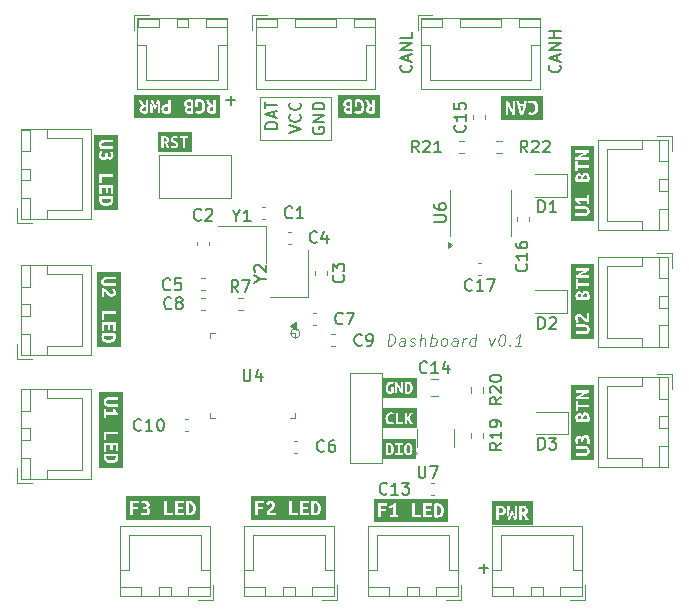
<source format=gbr>
%TF.GenerationSoftware,KiCad,Pcbnew,7.0.11-rc3*%
%TF.CreationDate,2025-03-16T23:26:39+08:00*%
%TF.ProjectId,dashboard,64617368-626f-4617-9264-2e6b69636164,rev?*%
%TF.SameCoordinates,Original*%
%TF.FileFunction,Legend,Top*%
%TF.FilePolarity,Positive*%
%FSLAX46Y46*%
G04 Gerber Fmt 4.6, Leading zero omitted, Abs format (unit mm)*
G04 Created by KiCad (PCBNEW 7.0.11-rc3) date 2025-03-16 23:26:39*
%MOMM*%
%LPD*%
G01*
G04 APERTURE LIST*
%ADD10C,0.100000*%
%ADD11C,0.150000*%
%ADD12C,0.125000*%
%ADD13C,0.200000*%
%ADD14C,0.120000*%
G04 APERTURE END LIST*
D10*
X79800000Y-52228571D02*
X85800000Y-52228571D01*
X85800000Y-55828571D01*
X79800000Y-55828571D01*
X79800000Y-52228571D01*
X83200000Y-72190000D02*
G75*
G03*
X82420000Y-72190000I-390000J0D01*
G01*
X82420000Y-72190000D02*
G75*
G03*
X83200000Y-72190000I390000J0D01*
G01*
D11*
X81269819Y-54863220D02*
X80269819Y-54863220D01*
X80269819Y-54863220D02*
X80269819Y-54625125D01*
X80269819Y-54625125D02*
X80317438Y-54482268D01*
X80317438Y-54482268D02*
X80412676Y-54387030D01*
X80412676Y-54387030D02*
X80507914Y-54339411D01*
X80507914Y-54339411D02*
X80698390Y-54291792D01*
X80698390Y-54291792D02*
X80841247Y-54291792D01*
X80841247Y-54291792D02*
X81031723Y-54339411D01*
X81031723Y-54339411D02*
X81126961Y-54387030D01*
X81126961Y-54387030D02*
X81222200Y-54482268D01*
X81222200Y-54482268D02*
X81269819Y-54625125D01*
X81269819Y-54625125D02*
X81269819Y-54863220D01*
X80984104Y-53910839D02*
X80984104Y-53434649D01*
X81269819Y-54006077D02*
X80269819Y-53672744D01*
X80269819Y-53672744D02*
X81269819Y-53339411D01*
X80269819Y-53148934D02*
X80269819Y-52577506D01*
X81269819Y-52863220D02*
X80269819Y-52863220D01*
D12*
X90614378Y-73271119D02*
X90739378Y-72271119D01*
X90739378Y-72271119D02*
X90977474Y-72271119D01*
X90977474Y-72271119D02*
X91114378Y-72318738D01*
X91114378Y-72318738D02*
X91197712Y-72413976D01*
X91197712Y-72413976D02*
X91233426Y-72509214D01*
X91233426Y-72509214D02*
X91257236Y-72699690D01*
X91257236Y-72699690D02*
X91239378Y-72842547D01*
X91239378Y-72842547D02*
X91167950Y-73033023D01*
X91167950Y-73033023D02*
X91108426Y-73128261D01*
X91108426Y-73128261D02*
X91001283Y-73223500D01*
X91001283Y-73223500D02*
X90852474Y-73271119D01*
X90852474Y-73271119D02*
X90614378Y-73271119D01*
X92042950Y-73271119D02*
X92108426Y-72747309D01*
X92108426Y-72747309D02*
X92072712Y-72652071D01*
X92072712Y-72652071D02*
X91983426Y-72604452D01*
X91983426Y-72604452D02*
X91792950Y-72604452D01*
X91792950Y-72604452D02*
X91691759Y-72652071D01*
X92048902Y-73223500D02*
X91947712Y-73271119D01*
X91947712Y-73271119D02*
X91709616Y-73271119D01*
X91709616Y-73271119D02*
X91620331Y-73223500D01*
X91620331Y-73223500D02*
X91584616Y-73128261D01*
X91584616Y-73128261D02*
X91596521Y-73033023D01*
X91596521Y-73033023D02*
X91656045Y-72937785D01*
X91656045Y-72937785D02*
X91757236Y-72890166D01*
X91757236Y-72890166D02*
X91995331Y-72890166D01*
X91995331Y-72890166D02*
X92096521Y-72842547D01*
X92477474Y-73223500D02*
X92566759Y-73271119D01*
X92566759Y-73271119D02*
X92757236Y-73271119D01*
X92757236Y-73271119D02*
X92858426Y-73223500D01*
X92858426Y-73223500D02*
X92917950Y-73128261D01*
X92917950Y-73128261D02*
X92923902Y-73080642D01*
X92923902Y-73080642D02*
X92888188Y-72985404D01*
X92888188Y-72985404D02*
X92798902Y-72937785D01*
X92798902Y-72937785D02*
X92656045Y-72937785D01*
X92656045Y-72937785D02*
X92566759Y-72890166D01*
X92566759Y-72890166D02*
X92531045Y-72794928D01*
X92531045Y-72794928D02*
X92536998Y-72747309D01*
X92536998Y-72747309D02*
X92596521Y-72652071D01*
X92596521Y-72652071D02*
X92697712Y-72604452D01*
X92697712Y-72604452D02*
X92840569Y-72604452D01*
X92840569Y-72604452D02*
X92929855Y-72652071D01*
X93328664Y-73271119D02*
X93453664Y-72271119D01*
X93757236Y-73271119D02*
X93822712Y-72747309D01*
X93822712Y-72747309D02*
X93786998Y-72652071D01*
X93786998Y-72652071D02*
X93697712Y-72604452D01*
X93697712Y-72604452D02*
X93554855Y-72604452D01*
X93554855Y-72604452D02*
X93453664Y-72652071D01*
X93453664Y-72652071D02*
X93400093Y-72699690D01*
X94233426Y-73271119D02*
X94358426Y-72271119D01*
X94310807Y-72652071D02*
X94411998Y-72604452D01*
X94411998Y-72604452D02*
X94602474Y-72604452D01*
X94602474Y-72604452D02*
X94691760Y-72652071D01*
X94691760Y-72652071D02*
X94733426Y-72699690D01*
X94733426Y-72699690D02*
X94769141Y-72794928D01*
X94769141Y-72794928D02*
X94733426Y-73080642D01*
X94733426Y-73080642D02*
X94673903Y-73175880D01*
X94673903Y-73175880D02*
X94620331Y-73223500D01*
X94620331Y-73223500D02*
X94519141Y-73271119D01*
X94519141Y-73271119D02*
X94328664Y-73271119D01*
X94328664Y-73271119D02*
X94239379Y-73223500D01*
X95281046Y-73271119D02*
X95191760Y-73223500D01*
X95191760Y-73223500D02*
X95150093Y-73175880D01*
X95150093Y-73175880D02*
X95114379Y-73080642D01*
X95114379Y-73080642D02*
X95150093Y-72794928D01*
X95150093Y-72794928D02*
X95209617Y-72699690D01*
X95209617Y-72699690D02*
X95263188Y-72652071D01*
X95263188Y-72652071D02*
X95364379Y-72604452D01*
X95364379Y-72604452D02*
X95507236Y-72604452D01*
X95507236Y-72604452D02*
X95596522Y-72652071D01*
X95596522Y-72652071D02*
X95638188Y-72699690D01*
X95638188Y-72699690D02*
X95673903Y-72794928D01*
X95673903Y-72794928D02*
X95638188Y-73080642D01*
X95638188Y-73080642D02*
X95578665Y-73175880D01*
X95578665Y-73175880D02*
X95525093Y-73223500D01*
X95525093Y-73223500D02*
X95423903Y-73271119D01*
X95423903Y-73271119D02*
X95281046Y-73271119D01*
X96471522Y-73271119D02*
X96536998Y-72747309D01*
X96536998Y-72747309D02*
X96501284Y-72652071D01*
X96501284Y-72652071D02*
X96411998Y-72604452D01*
X96411998Y-72604452D02*
X96221522Y-72604452D01*
X96221522Y-72604452D02*
X96120331Y-72652071D01*
X96477474Y-73223500D02*
X96376284Y-73271119D01*
X96376284Y-73271119D02*
X96138188Y-73271119D01*
X96138188Y-73271119D02*
X96048903Y-73223500D01*
X96048903Y-73223500D02*
X96013188Y-73128261D01*
X96013188Y-73128261D02*
X96025093Y-73033023D01*
X96025093Y-73033023D02*
X96084617Y-72937785D01*
X96084617Y-72937785D02*
X96185808Y-72890166D01*
X96185808Y-72890166D02*
X96423903Y-72890166D01*
X96423903Y-72890166D02*
X96525093Y-72842547D01*
X96947712Y-73271119D02*
X97031046Y-72604452D01*
X97007236Y-72794928D02*
X97066760Y-72699690D01*
X97066760Y-72699690D02*
X97120331Y-72652071D01*
X97120331Y-72652071D02*
X97221522Y-72604452D01*
X97221522Y-72604452D02*
X97316760Y-72604452D01*
X97995332Y-73271119D02*
X98120332Y-72271119D01*
X98001284Y-73223500D02*
X97900094Y-73271119D01*
X97900094Y-73271119D02*
X97709618Y-73271119D01*
X97709618Y-73271119D02*
X97620332Y-73223500D01*
X97620332Y-73223500D02*
X97578665Y-73175880D01*
X97578665Y-73175880D02*
X97542951Y-73080642D01*
X97542951Y-73080642D02*
X97578665Y-72794928D01*
X97578665Y-72794928D02*
X97638189Y-72699690D01*
X97638189Y-72699690D02*
X97691760Y-72652071D01*
X97691760Y-72652071D02*
X97792951Y-72604452D01*
X97792951Y-72604452D02*
X97983427Y-72604452D01*
X97983427Y-72604452D02*
X98072713Y-72652071D01*
X99221523Y-72604452D02*
X99376285Y-73271119D01*
X99376285Y-73271119D02*
X99697713Y-72604452D01*
X100310809Y-72271119D02*
X100406047Y-72271119D01*
X100406047Y-72271119D02*
X100495332Y-72318738D01*
X100495332Y-72318738D02*
X100536999Y-72366357D01*
X100536999Y-72366357D02*
X100572713Y-72461595D01*
X100572713Y-72461595D02*
X100596523Y-72652071D01*
X100596523Y-72652071D02*
X100566761Y-72890166D01*
X100566761Y-72890166D02*
X100495332Y-73080642D01*
X100495332Y-73080642D02*
X100435809Y-73175880D01*
X100435809Y-73175880D02*
X100382237Y-73223500D01*
X100382237Y-73223500D02*
X100281047Y-73271119D01*
X100281047Y-73271119D02*
X100185809Y-73271119D01*
X100185809Y-73271119D02*
X100096523Y-73223500D01*
X100096523Y-73223500D02*
X100054856Y-73175880D01*
X100054856Y-73175880D02*
X100019142Y-73080642D01*
X100019142Y-73080642D02*
X99995332Y-72890166D01*
X99995332Y-72890166D02*
X100025094Y-72652071D01*
X100025094Y-72652071D02*
X100096523Y-72461595D01*
X100096523Y-72461595D02*
X100156047Y-72366357D01*
X100156047Y-72366357D02*
X100209618Y-72318738D01*
X100209618Y-72318738D02*
X100310809Y-72271119D01*
X100959618Y-73175880D02*
X101001285Y-73223500D01*
X101001285Y-73223500D02*
X100947713Y-73271119D01*
X100947713Y-73271119D02*
X100906047Y-73223500D01*
X100906047Y-73223500D02*
X100959618Y-73175880D01*
X100959618Y-73175880D02*
X100947713Y-73271119D01*
X101947713Y-73271119D02*
X101376284Y-73271119D01*
X101661999Y-73271119D02*
X101786999Y-72271119D01*
X101786999Y-72271119D02*
X101673903Y-72413976D01*
X101673903Y-72413976D02*
X101566761Y-72509214D01*
X101566761Y-72509214D02*
X101465570Y-72556833D01*
D11*
X105174580Y-49491792D02*
X105222200Y-49539411D01*
X105222200Y-49539411D02*
X105269819Y-49682268D01*
X105269819Y-49682268D02*
X105269819Y-49777506D01*
X105269819Y-49777506D02*
X105222200Y-49920363D01*
X105222200Y-49920363D02*
X105126961Y-50015601D01*
X105126961Y-50015601D02*
X105031723Y-50063220D01*
X105031723Y-50063220D02*
X104841247Y-50110839D01*
X104841247Y-50110839D02*
X104698390Y-50110839D01*
X104698390Y-50110839D02*
X104507914Y-50063220D01*
X104507914Y-50063220D02*
X104412676Y-50015601D01*
X104412676Y-50015601D02*
X104317438Y-49920363D01*
X104317438Y-49920363D02*
X104269819Y-49777506D01*
X104269819Y-49777506D02*
X104269819Y-49682268D01*
X104269819Y-49682268D02*
X104317438Y-49539411D01*
X104317438Y-49539411D02*
X104365057Y-49491792D01*
X104984104Y-49110839D02*
X104984104Y-48634649D01*
X105269819Y-49206077D02*
X104269819Y-48872744D01*
X104269819Y-48872744D02*
X105269819Y-48539411D01*
X105269819Y-48206077D02*
X104269819Y-48206077D01*
X104269819Y-48206077D02*
X105269819Y-47634649D01*
X105269819Y-47634649D02*
X104269819Y-47634649D01*
X105269819Y-47158458D02*
X104269819Y-47158458D01*
X104746009Y-47158458D02*
X104746009Y-46587030D01*
X105269819Y-46587030D02*
X104269819Y-46587030D01*
X92574580Y-49491792D02*
X92622200Y-49539411D01*
X92622200Y-49539411D02*
X92669819Y-49682268D01*
X92669819Y-49682268D02*
X92669819Y-49777506D01*
X92669819Y-49777506D02*
X92622200Y-49920363D01*
X92622200Y-49920363D02*
X92526961Y-50015601D01*
X92526961Y-50015601D02*
X92431723Y-50063220D01*
X92431723Y-50063220D02*
X92241247Y-50110839D01*
X92241247Y-50110839D02*
X92098390Y-50110839D01*
X92098390Y-50110839D02*
X91907914Y-50063220D01*
X91907914Y-50063220D02*
X91812676Y-50015601D01*
X91812676Y-50015601D02*
X91717438Y-49920363D01*
X91717438Y-49920363D02*
X91669819Y-49777506D01*
X91669819Y-49777506D02*
X91669819Y-49682268D01*
X91669819Y-49682268D02*
X91717438Y-49539411D01*
X91717438Y-49539411D02*
X91765057Y-49491792D01*
X92384104Y-49110839D02*
X92384104Y-48634649D01*
X92669819Y-49206077D02*
X91669819Y-48872744D01*
X91669819Y-48872744D02*
X92669819Y-48539411D01*
X92669819Y-48206077D02*
X91669819Y-48206077D01*
X91669819Y-48206077D02*
X92669819Y-47634649D01*
X92669819Y-47634649D02*
X91669819Y-47634649D01*
X92669819Y-46682268D02*
X92669819Y-47158458D01*
X92669819Y-47158458D02*
X91669819Y-47158458D01*
D13*
X98369673Y-92086266D02*
X99131578Y-92086266D01*
X98750625Y-92467219D02*
X98750625Y-91705314D01*
D11*
X84317438Y-54767982D02*
X84269819Y-54863220D01*
X84269819Y-54863220D02*
X84269819Y-55006077D01*
X84269819Y-55006077D02*
X84317438Y-55148934D01*
X84317438Y-55148934D02*
X84412676Y-55244172D01*
X84412676Y-55244172D02*
X84507914Y-55291791D01*
X84507914Y-55291791D02*
X84698390Y-55339410D01*
X84698390Y-55339410D02*
X84841247Y-55339410D01*
X84841247Y-55339410D02*
X85031723Y-55291791D01*
X85031723Y-55291791D02*
X85126961Y-55244172D01*
X85126961Y-55244172D02*
X85222200Y-55148934D01*
X85222200Y-55148934D02*
X85269819Y-55006077D01*
X85269819Y-55006077D02*
X85269819Y-54910839D01*
X85269819Y-54910839D02*
X85222200Y-54767982D01*
X85222200Y-54767982D02*
X85174580Y-54720363D01*
X85174580Y-54720363D02*
X84841247Y-54720363D01*
X84841247Y-54720363D02*
X84841247Y-54910839D01*
X85269819Y-54291791D02*
X84269819Y-54291791D01*
X84269819Y-54291791D02*
X85269819Y-53720363D01*
X85269819Y-53720363D02*
X84269819Y-53720363D01*
X85269819Y-53244172D02*
X84269819Y-53244172D01*
X84269819Y-53244172D02*
X84269819Y-53006077D01*
X84269819Y-53006077D02*
X84317438Y-52863220D01*
X84317438Y-52863220D02*
X84412676Y-52767982D01*
X84412676Y-52767982D02*
X84507914Y-52720363D01*
X84507914Y-52720363D02*
X84698390Y-52672744D01*
X84698390Y-52672744D02*
X84841247Y-52672744D01*
X84841247Y-52672744D02*
X85031723Y-52720363D01*
X85031723Y-52720363D02*
X85126961Y-52767982D01*
X85126961Y-52767982D02*
X85222200Y-52863220D01*
X85222200Y-52863220D02*
X85269819Y-53006077D01*
X85269819Y-53006077D02*
X85269819Y-53244172D01*
D13*
X76969673Y-52486266D02*
X77731578Y-52486266D01*
X77350625Y-52867219D02*
X77350625Y-52105314D01*
D11*
X82269819Y-55244172D02*
X83269819Y-54910839D01*
X83269819Y-54910839D02*
X82269819Y-54577506D01*
X83174580Y-53672744D02*
X83222200Y-53720363D01*
X83222200Y-53720363D02*
X83269819Y-53863220D01*
X83269819Y-53863220D02*
X83269819Y-53958458D01*
X83269819Y-53958458D02*
X83222200Y-54101315D01*
X83222200Y-54101315D02*
X83126961Y-54196553D01*
X83126961Y-54196553D02*
X83031723Y-54244172D01*
X83031723Y-54244172D02*
X82841247Y-54291791D01*
X82841247Y-54291791D02*
X82698390Y-54291791D01*
X82698390Y-54291791D02*
X82507914Y-54244172D01*
X82507914Y-54244172D02*
X82412676Y-54196553D01*
X82412676Y-54196553D02*
X82317438Y-54101315D01*
X82317438Y-54101315D02*
X82269819Y-53958458D01*
X82269819Y-53958458D02*
X82269819Y-53863220D01*
X82269819Y-53863220D02*
X82317438Y-53720363D01*
X82317438Y-53720363D02*
X82365057Y-53672744D01*
X83174580Y-52672744D02*
X83222200Y-52720363D01*
X83222200Y-52720363D02*
X83269819Y-52863220D01*
X83269819Y-52863220D02*
X83269819Y-52958458D01*
X83269819Y-52958458D02*
X83222200Y-53101315D01*
X83222200Y-53101315D02*
X83126961Y-53196553D01*
X83126961Y-53196553D02*
X83031723Y-53244172D01*
X83031723Y-53244172D02*
X82841247Y-53291791D01*
X82841247Y-53291791D02*
X82698390Y-53291791D01*
X82698390Y-53291791D02*
X82507914Y-53244172D01*
X82507914Y-53244172D02*
X82412676Y-53196553D01*
X82412676Y-53196553D02*
X82317438Y-53101315D01*
X82317438Y-53101315D02*
X82269819Y-52958458D01*
X82269819Y-52958458D02*
X82269819Y-52863220D01*
X82269819Y-52863220D02*
X82317438Y-52720363D01*
X82317438Y-52720363D02*
X82365057Y-52672744D01*
X72308333Y-70059580D02*
X72260714Y-70107200D01*
X72260714Y-70107200D02*
X72117857Y-70154819D01*
X72117857Y-70154819D02*
X72022619Y-70154819D01*
X72022619Y-70154819D02*
X71879762Y-70107200D01*
X71879762Y-70107200D02*
X71784524Y-70011961D01*
X71784524Y-70011961D02*
X71736905Y-69916723D01*
X71736905Y-69916723D02*
X71689286Y-69726247D01*
X71689286Y-69726247D02*
X71689286Y-69583390D01*
X71689286Y-69583390D02*
X71736905Y-69392914D01*
X71736905Y-69392914D02*
X71784524Y-69297676D01*
X71784524Y-69297676D02*
X71879762Y-69202438D01*
X71879762Y-69202438D02*
X72022619Y-69154819D01*
X72022619Y-69154819D02*
X72117857Y-69154819D01*
X72117857Y-69154819D02*
X72260714Y-69202438D01*
X72260714Y-69202438D02*
X72308333Y-69250057D01*
X72879762Y-69583390D02*
X72784524Y-69535771D01*
X72784524Y-69535771D02*
X72736905Y-69488152D01*
X72736905Y-69488152D02*
X72689286Y-69392914D01*
X72689286Y-69392914D02*
X72689286Y-69345295D01*
X72689286Y-69345295D02*
X72736905Y-69250057D01*
X72736905Y-69250057D02*
X72784524Y-69202438D01*
X72784524Y-69202438D02*
X72879762Y-69154819D01*
X72879762Y-69154819D02*
X73070238Y-69154819D01*
X73070238Y-69154819D02*
X73165476Y-69202438D01*
X73165476Y-69202438D02*
X73213095Y-69250057D01*
X73213095Y-69250057D02*
X73260714Y-69345295D01*
X73260714Y-69345295D02*
X73260714Y-69392914D01*
X73260714Y-69392914D02*
X73213095Y-69488152D01*
X73213095Y-69488152D02*
X73165476Y-69535771D01*
X73165476Y-69535771D02*
X73070238Y-69583390D01*
X73070238Y-69583390D02*
X72879762Y-69583390D01*
X72879762Y-69583390D02*
X72784524Y-69631009D01*
X72784524Y-69631009D02*
X72736905Y-69678628D01*
X72736905Y-69678628D02*
X72689286Y-69773866D01*
X72689286Y-69773866D02*
X72689286Y-69964342D01*
X72689286Y-69964342D02*
X72736905Y-70059580D01*
X72736905Y-70059580D02*
X72784524Y-70107200D01*
X72784524Y-70107200D02*
X72879762Y-70154819D01*
X72879762Y-70154819D02*
X73070238Y-70154819D01*
X73070238Y-70154819D02*
X73165476Y-70107200D01*
X73165476Y-70107200D02*
X73213095Y-70059580D01*
X73213095Y-70059580D02*
X73260714Y-69964342D01*
X73260714Y-69964342D02*
X73260714Y-69773866D01*
X73260714Y-69773866D02*
X73213095Y-69678628D01*
X73213095Y-69678628D02*
X73165476Y-69631009D01*
X73165476Y-69631009D02*
X73070238Y-69583390D01*
X94554819Y-62761902D02*
X95364342Y-62761902D01*
X95364342Y-62761902D02*
X95459580Y-62714283D01*
X95459580Y-62714283D02*
X95507200Y-62666664D01*
X95507200Y-62666664D02*
X95554819Y-62571426D01*
X95554819Y-62571426D02*
X95554819Y-62380950D01*
X95554819Y-62380950D02*
X95507200Y-62285712D01*
X95507200Y-62285712D02*
X95459580Y-62238093D01*
X95459580Y-62238093D02*
X95364342Y-62190474D01*
X95364342Y-62190474D02*
X94554819Y-62190474D01*
X94554819Y-61285712D02*
X94554819Y-61476188D01*
X94554819Y-61476188D02*
X94602438Y-61571426D01*
X94602438Y-61571426D02*
X94650057Y-61619045D01*
X94650057Y-61619045D02*
X94792914Y-61714283D01*
X94792914Y-61714283D02*
X94983390Y-61761902D01*
X94983390Y-61761902D02*
X95364342Y-61761902D01*
X95364342Y-61761902D02*
X95459580Y-61714283D01*
X95459580Y-61714283D02*
X95507200Y-61666664D01*
X95507200Y-61666664D02*
X95554819Y-61571426D01*
X95554819Y-61571426D02*
X95554819Y-61380950D01*
X95554819Y-61380950D02*
X95507200Y-61285712D01*
X95507200Y-61285712D02*
X95459580Y-61238093D01*
X95459580Y-61238093D02*
X95364342Y-61190474D01*
X95364342Y-61190474D02*
X95126247Y-61190474D01*
X95126247Y-61190474D02*
X95031009Y-61238093D01*
X95031009Y-61238093D02*
X94983390Y-61285712D01*
X94983390Y-61285712D02*
X94935771Y-61380950D01*
X94935771Y-61380950D02*
X94935771Y-61571426D01*
X94935771Y-61571426D02*
X94983390Y-61666664D01*
X94983390Y-61666664D02*
X95031009Y-61714283D01*
X95031009Y-61714283D02*
X95126247Y-61761902D01*
X103381905Y-82041444D02*
X103381905Y-81041444D01*
X103381905Y-81041444D02*
X103620000Y-81041444D01*
X103620000Y-81041444D02*
X103762857Y-81089063D01*
X103762857Y-81089063D02*
X103858095Y-81184301D01*
X103858095Y-81184301D02*
X103905714Y-81279539D01*
X103905714Y-81279539D02*
X103953333Y-81470015D01*
X103953333Y-81470015D02*
X103953333Y-81612872D01*
X103953333Y-81612872D02*
X103905714Y-81803348D01*
X103905714Y-81803348D02*
X103858095Y-81898586D01*
X103858095Y-81898586D02*
X103762857Y-81993825D01*
X103762857Y-81993825D02*
X103620000Y-82041444D01*
X103620000Y-82041444D02*
X103381905Y-82041444D01*
X104286667Y-81041444D02*
X104905714Y-81041444D01*
X104905714Y-81041444D02*
X104572381Y-81422396D01*
X104572381Y-81422396D02*
X104715238Y-81422396D01*
X104715238Y-81422396D02*
X104810476Y-81470015D01*
X104810476Y-81470015D02*
X104858095Y-81517634D01*
X104858095Y-81517634D02*
X104905714Y-81612872D01*
X104905714Y-81612872D02*
X104905714Y-81850967D01*
X104905714Y-81850967D02*
X104858095Y-81946205D01*
X104858095Y-81946205D02*
X104810476Y-81993825D01*
X104810476Y-81993825D02*
X104715238Y-82041444D01*
X104715238Y-82041444D02*
X104429524Y-82041444D01*
X104429524Y-82041444D02*
X104334286Y-81993825D01*
X104334286Y-81993825D02*
X104286667Y-81946205D01*
X97782142Y-68514580D02*
X97734523Y-68562200D01*
X97734523Y-68562200D02*
X97591666Y-68609819D01*
X97591666Y-68609819D02*
X97496428Y-68609819D01*
X97496428Y-68609819D02*
X97353571Y-68562200D01*
X97353571Y-68562200D02*
X97258333Y-68466961D01*
X97258333Y-68466961D02*
X97210714Y-68371723D01*
X97210714Y-68371723D02*
X97163095Y-68181247D01*
X97163095Y-68181247D02*
X97163095Y-68038390D01*
X97163095Y-68038390D02*
X97210714Y-67847914D01*
X97210714Y-67847914D02*
X97258333Y-67752676D01*
X97258333Y-67752676D02*
X97353571Y-67657438D01*
X97353571Y-67657438D02*
X97496428Y-67609819D01*
X97496428Y-67609819D02*
X97591666Y-67609819D01*
X97591666Y-67609819D02*
X97734523Y-67657438D01*
X97734523Y-67657438D02*
X97782142Y-67705057D01*
X98734523Y-68609819D02*
X98163095Y-68609819D01*
X98448809Y-68609819D02*
X98448809Y-67609819D01*
X98448809Y-67609819D02*
X98353571Y-67752676D01*
X98353571Y-67752676D02*
X98258333Y-67847914D01*
X98258333Y-67847914D02*
X98163095Y-67895533D01*
X99067857Y-67609819D02*
X99734523Y-67609819D01*
X99734523Y-67609819D02*
X99305952Y-68609819D01*
X84633333Y-64459580D02*
X84585714Y-64507200D01*
X84585714Y-64507200D02*
X84442857Y-64554819D01*
X84442857Y-64554819D02*
X84347619Y-64554819D01*
X84347619Y-64554819D02*
X84204762Y-64507200D01*
X84204762Y-64507200D02*
X84109524Y-64411961D01*
X84109524Y-64411961D02*
X84061905Y-64316723D01*
X84061905Y-64316723D02*
X84014286Y-64126247D01*
X84014286Y-64126247D02*
X84014286Y-63983390D01*
X84014286Y-63983390D02*
X84061905Y-63792914D01*
X84061905Y-63792914D02*
X84109524Y-63697676D01*
X84109524Y-63697676D02*
X84204762Y-63602438D01*
X84204762Y-63602438D02*
X84347619Y-63554819D01*
X84347619Y-63554819D02*
X84442857Y-63554819D01*
X84442857Y-63554819D02*
X84585714Y-63602438D01*
X84585714Y-63602438D02*
X84633333Y-63650057D01*
X85490476Y-63888152D02*
X85490476Y-64554819D01*
X85252381Y-63507200D02*
X85014286Y-64221485D01*
X85014286Y-64221485D02*
X85633333Y-64221485D01*
X93944642Y-75492080D02*
X93897023Y-75539700D01*
X93897023Y-75539700D02*
X93754166Y-75587319D01*
X93754166Y-75587319D02*
X93658928Y-75587319D01*
X93658928Y-75587319D02*
X93516071Y-75539700D01*
X93516071Y-75539700D02*
X93420833Y-75444461D01*
X93420833Y-75444461D02*
X93373214Y-75349223D01*
X93373214Y-75349223D02*
X93325595Y-75158747D01*
X93325595Y-75158747D02*
X93325595Y-75015890D01*
X93325595Y-75015890D02*
X93373214Y-74825414D01*
X93373214Y-74825414D02*
X93420833Y-74730176D01*
X93420833Y-74730176D02*
X93516071Y-74634938D01*
X93516071Y-74634938D02*
X93658928Y-74587319D01*
X93658928Y-74587319D02*
X93754166Y-74587319D01*
X93754166Y-74587319D02*
X93897023Y-74634938D01*
X93897023Y-74634938D02*
X93944642Y-74682557D01*
X94897023Y-75587319D02*
X94325595Y-75587319D01*
X94611309Y-75587319D02*
X94611309Y-74587319D01*
X94611309Y-74587319D02*
X94516071Y-74730176D01*
X94516071Y-74730176D02*
X94420833Y-74825414D01*
X94420833Y-74825414D02*
X94325595Y-74873033D01*
X95754166Y-74920652D02*
X95754166Y-75587319D01*
X95516071Y-74539700D02*
X95277976Y-75253985D01*
X95277976Y-75253985D02*
X95897023Y-75253985D01*
X86808333Y-71359580D02*
X86760714Y-71407200D01*
X86760714Y-71407200D02*
X86617857Y-71454819D01*
X86617857Y-71454819D02*
X86522619Y-71454819D01*
X86522619Y-71454819D02*
X86379762Y-71407200D01*
X86379762Y-71407200D02*
X86284524Y-71311961D01*
X86284524Y-71311961D02*
X86236905Y-71216723D01*
X86236905Y-71216723D02*
X86189286Y-71026247D01*
X86189286Y-71026247D02*
X86189286Y-70883390D01*
X86189286Y-70883390D02*
X86236905Y-70692914D01*
X86236905Y-70692914D02*
X86284524Y-70597676D01*
X86284524Y-70597676D02*
X86379762Y-70502438D01*
X86379762Y-70502438D02*
X86522619Y-70454819D01*
X86522619Y-70454819D02*
X86617857Y-70454819D01*
X86617857Y-70454819D02*
X86760714Y-70502438D01*
X86760714Y-70502438D02*
X86808333Y-70550057D01*
X87141667Y-70454819D02*
X87808333Y-70454819D01*
X87808333Y-70454819D02*
X87379762Y-71454819D01*
X97154580Y-54567855D02*
X97202200Y-54615474D01*
X97202200Y-54615474D02*
X97249819Y-54758331D01*
X97249819Y-54758331D02*
X97249819Y-54853569D01*
X97249819Y-54853569D02*
X97202200Y-54996426D01*
X97202200Y-54996426D02*
X97106961Y-55091664D01*
X97106961Y-55091664D02*
X97011723Y-55139283D01*
X97011723Y-55139283D02*
X96821247Y-55186902D01*
X96821247Y-55186902D02*
X96678390Y-55186902D01*
X96678390Y-55186902D02*
X96487914Y-55139283D01*
X96487914Y-55139283D02*
X96392676Y-55091664D01*
X96392676Y-55091664D02*
X96297438Y-54996426D01*
X96297438Y-54996426D02*
X96249819Y-54853569D01*
X96249819Y-54853569D02*
X96249819Y-54758331D01*
X96249819Y-54758331D02*
X96297438Y-54615474D01*
X96297438Y-54615474D02*
X96345057Y-54567855D01*
X97249819Y-53615474D02*
X97249819Y-54186902D01*
X97249819Y-53901188D02*
X96249819Y-53901188D01*
X96249819Y-53901188D02*
X96392676Y-53996426D01*
X96392676Y-53996426D02*
X96487914Y-54091664D01*
X96487914Y-54091664D02*
X96535533Y-54186902D01*
X96249819Y-52710712D02*
X96249819Y-53186902D01*
X96249819Y-53186902D02*
X96726009Y-53234521D01*
X96726009Y-53234521D02*
X96678390Y-53186902D01*
X96678390Y-53186902D02*
X96630771Y-53091664D01*
X96630771Y-53091664D02*
X96630771Y-52853569D01*
X96630771Y-52853569D02*
X96678390Y-52758331D01*
X96678390Y-52758331D02*
X96726009Y-52710712D01*
X96726009Y-52710712D02*
X96821247Y-52663093D01*
X96821247Y-52663093D02*
X97059342Y-52663093D01*
X97059342Y-52663093D02*
X97154580Y-52710712D01*
X97154580Y-52710712D02*
X97202200Y-52758331D01*
X97202200Y-52758331D02*
X97249819Y-52853569D01*
X97249819Y-52853569D02*
X97249819Y-53091664D01*
X97249819Y-53091664D02*
X97202200Y-53186902D01*
X97202200Y-53186902D02*
X97154580Y-53234521D01*
X103381905Y-61941444D02*
X103381905Y-60941444D01*
X103381905Y-60941444D02*
X103620000Y-60941444D01*
X103620000Y-60941444D02*
X103762857Y-60989063D01*
X103762857Y-60989063D02*
X103858095Y-61084301D01*
X103858095Y-61084301D02*
X103905714Y-61179539D01*
X103905714Y-61179539D02*
X103953333Y-61370015D01*
X103953333Y-61370015D02*
X103953333Y-61512872D01*
X103953333Y-61512872D02*
X103905714Y-61703348D01*
X103905714Y-61703348D02*
X103858095Y-61798586D01*
X103858095Y-61798586D02*
X103762857Y-61893825D01*
X103762857Y-61893825D02*
X103620000Y-61941444D01*
X103620000Y-61941444D02*
X103381905Y-61941444D01*
X104905714Y-61941444D02*
X104334286Y-61941444D01*
X104620000Y-61941444D02*
X104620000Y-60941444D01*
X104620000Y-60941444D02*
X104524762Y-61084301D01*
X104524762Y-61084301D02*
X104429524Y-61179539D01*
X104429524Y-61179539D02*
X104334286Y-61227158D01*
X93238095Y-83454819D02*
X93238095Y-84264342D01*
X93238095Y-84264342D02*
X93285714Y-84359580D01*
X93285714Y-84359580D02*
X93333333Y-84407200D01*
X93333333Y-84407200D02*
X93428571Y-84454819D01*
X93428571Y-84454819D02*
X93619047Y-84454819D01*
X93619047Y-84454819D02*
X93714285Y-84407200D01*
X93714285Y-84407200D02*
X93761904Y-84359580D01*
X93761904Y-84359580D02*
X93809523Y-84264342D01*
X93809523Y-84264342D02*
X93809523Y-83454819D01*
X94190476Y-83454819D02*
X94857142Y-83454819D01*
X94857142Y-83454819D02*
X94428571Y-84454819D01*
X78438095Y-75254819D02*
X78438095Y-76064342D01*
X78438095Y-76064342D02*
X78485714Y-76159580D01*
X78485714Y-76159580D02*
X78533333Y-76207200D01*
X78533333Y-76207200D02*
X78628571Y-76254819D01*
X78628571Y-76254819D02*
X78819047Y-76254819D01*
X78819047Y-76254819D02*
X78914285Y-76207200D01*
X78914285Y-76207200D02*
X78961904Y-76159580D01*
X78961904Y-76159580D02*
X79009523Y-76064342D01*
X79009523Y-76064342D02*
X79009523Y-75254819D01*
X79914285Y-75588152D02*
X79914285Y-76254819D01*
X79676190Y-75207200D02*
X79438095Y-75921485D01*
X79438095Y-75921485D02*
X80057142Y-75921485D01*
X100254819Y-81480357D02*
X99778628Y-81813690D01*
X100254819Y-82051785D02*
X99254819Y-82051785D01*
X99254819Y-82051785D02*
X99254819Y-81670833D01*
X99254819Y-81670833D02*
X99302438Y-81575595D01*
X99302438Y-81575595D02*
X99350057Y-81527976D01*
X99350057Y-81527976D02*
X99445295Y-81480357D01*
X99445295Y-81480357D02*
X99588152Y-81480357D01*
X99588152Y-81480357D02*
X99683390Y-81527976D01*
X99683390Y-81527976D02*
X99731009Y-81575595D01*
X99731009Y-81575595D02*
X99778628Y-81670833D01*
X99778628Y-81670833D02*
X99778628Y-82051785D01*
X100254819Y-80527976D02*
X100254819Y-81099404D01*
X100254819Y-80813690D02*
X99254819Y-80813690D01*
X99254819Y-80813690D02*
X99397676Y-80908928D01*
X99397676Y-80908928D02*
X99492914Y-81004166D01*
X99492914Y-81004166D02*
X99540533Y-81099404D01*
X100254819Y-80051785D02*
X100254819Y-79861309D01*
X100254819Y-79861309D02*
X100207200Y-79766071D01*
X100207200Y-79766071D02*
X100159580Y-79718452D01*
X100159580Y-79718452D02*
X100016723Y-79623214D01*
X100016723Y-79623214D02*
X99826247Y-79575595D01*
X99826247Y-79575595D02*
X99445295Y-79575595D01*
X99445295Y-79575595D02*
X99350057Y-79623214D01*
X99350057Y-79623214D02*
X99302438Y-79670833D01*
X99302438Y-79670833D02*
X99254819Y-79766071D01*
X99254819Y-79766071D02*
X99254819Y-79956547D01*
X99254819Y-79956547D02*
X99302438Y-80051785D01*
X99302438Y-80051785D02*
X99350057Y-80099404D01*
X99350057Y-80099404D02*
X99445295Y-80147023D01*
X99445295Y-80147023D02*
X99683390Y-80147023D01*
X99683390Y-80147023D02*
X99778628Y-80099404D01*
X99778628Y-80099404D02*
X99826247Y-80051785D01*
X99826247Y-80051785D02*
X99873866Y-79956547D01*
X99873866Y-79956547D02*
X99873866Y-79766071D01*
X99873866Y-79766071D02*
X99826247Y-79670833D01*
X99826247Y-79670833D02*
X99778628Y-79623214D01*
X99778628Y-79623214D02*
X99683390Y-79575595D01*
X103381905Y-71834819D02*
X103381905Y-70834819D01*
X103381905Y-70834819D02*
X103620000Y-70834819D01*
X103620000Y-70834819D02*
X103762857Y-70882438D01*
X103762857Y-70882438D02*
X103858095Y-70977676D01*
X103858095Y-70977676D02*
X103905714Y-71072914D01*
X103905714Y-71072914D02*
X103953333Y-71263390D01*
X103953333Y-71263390D02*
X103953333Y-71406247D01*
X103953333Y-71406247D02*
X103905714Y-71596723D01*
X103905714Y-71596723D02*
X103858095Y-71691961D01*
X103858095Y-71691961D02*
X103762857Y-71787200D01*
X103762857Y-71787200D02*
X103620000Y-71834819D01*
X103620000Y-71834819D02*
X103381905Y-71834819D01*
X104334286Y-70930057D02*
X104381905Y-70882438D01*
X104381905Y-70882438D02*
X104477143Y-70834819D01*
X104477143Y-70834819D02*
X104715238Y-70834819D01*
X104715238Y-70834819D02*
X104810476Y-70882438D01*
X104810476Y-70882438D02*
X104858095Y-70930057D01*
X104858095Y-70930057D02*
X104905714Y-71025295D01*
X104905714Y-71025295D02*
X104905714Y-71120533D01*
X104905714Y-71120533D02*
X104858095Y-71263390D01*
X104858095Y-71263390D02*
X104286667Y-71834819D01*
X104286667Y-71834819D02*
X104905714Y-71834819D01*
X86859580Y-67266666D02*
X86907200Y-67314285D01*
X86907200Y-67314285D02*
X86954819Y-67457142D01*
X86954819Y-67457142D02*
X86954819Y-67552380D01*
X86954819Y-67552380D02*
X86907200Y-67695237D01*
X86907200Y-67695237D02*
X86811961Y-67790475D01*
X86811961Y-67790475D02*
X86716723Y-67838094D01*
X86716723Y-67838094D02*
X86526247Y-67885713D01*
X86526247Y-67885713D02*
X86383390Y-67885713D01*
X86383390Y-67885713D02*
X86192914Y-67838094D01*
X86192914Y-67838094D02*
X86097676Y-67790475D01*
X86097676Y-67790475D02*
X86002438Y-67695237D01*
X86002438Y-67695237D02*
X85954819Y-67552380D01*
X85954819Y-67552380D02*
X85954819Y-67457142D01*
X85954819Y-67457142D02*
X86002438Y-67314285D01*
X86002438Y-67314285D02*
X86050057Y-67266666D01*
X85954819Y-66933332D02*
X85954819Y-66314285D01*
X85954819Y-66314285D02*
X86335771Y-66647618D01*
X86335771Y-66647618D02*
X86335771Y-66504761D01*
X86335771Y-66504761D02*
X86383390Y-66409523D01*
X86383390Y-66409523D02*
X86431009Y-66361904D01*
X86431009Y-66361904D02*
X86526247Y-66314285D01*
X86526247Y-66314285D02*
X86764342Y-66314285D01*
X86764342Y-66314285D02*
X86859580Y-66361904D01*
X86859580Y-66361904D02*
X86907200Y-66409523D01*
X86907200Y-66409523D02*
X86954819Y-66504761D01*
X86954819Y-66504761D02*
X86954819Y-66790475D01*
X86954819Y-66790475D02*
X86907200Y-66885713D01*
X86907200Y-66885713D02*
X86859580Y-66933332D01*
X82533333Y-62359580D02*
X82485714Y-62407200D01*
X82485714Y-62407200D02*
X82342857Y-62454819D01*
X82342857Y-62454819D02*
X82247619Y-62454819D01*
X82247619Y-62454819D02*
X82104762Y-62407200D01*
X82104762Y-62407200D02*
X82009524Y-62311961D01*
X82009524Y-62311961D02*
X81961905Y-62216723D01*
X81961905Y-62216723D02*
X81914286Y-62026247D01*
X81914286Y-62026247D02*
X81914286Y-61883390D01*
X81914286Y-61883390D02*
X81961905Y-61692914D01*
X81961905Y-61692914D02*
X82009524Y-61597676D01*
X82009524Y-61597676D02*
X82104762Y-61502438D01*
X82104762Y-61502438D02*
X82247619Y-61454819D01*
X82247619Y-61454819D02*
X82342857Y-61454819D01*
X82342857Y-61454819D02*
X82485714Y-61502438D01*
X82485714Y-61502438D02*
X82533333Y-61550057D01*
X83485714Y-62454819D02*
X82914286Y-62454819D01*
X83200000Y-62454819D02*
X83200000Y-61454819D01*
X83200000Y-61454819D02*
X83104762Y-61597676D01*
X83104762Y-61597676D02*
X83009524Y-61692914D01*
X83009524Y-61692914D02*
X82914286Y-61740533D01*
X93252142Y-56879817D02*
X92918809Y-56403626D01*
X92680714Y-56879817D02*
X92680714Y-55879817D01*
X92680714Y-55879817D02*
X93061666Y-55879817D01*
X93061666Y-55879817D02*
X93156904Y-55927436D01*
X93156904Y-55927436D02*
X93204523Y-55975055D01*
X93204523Y-55975055D02*
X93252142Y-56070293D01*
X93252142Y-56070293D02*
X93252142Y-56213150D01*
X93252142Y-56213150D02*
X93204523Y-56308388D01*
X93204523Y-56308388D02*
X93156904Y-56356007D01*
X93156904Y-56356007D02*
X93061666Y-56403626D01*
X93061666Y-56403626D02*
X92680714Y-56403626D01*
X93633095Y-55975055D02*
X93680714Y-55927436D01*
X93680714Y-55927436D02*
X93775952Y-55879817D01*
X93775952Y-55879817D02*
X94014047Y-55879817D01*
X94014047Y-55879817D02*
X94109285Y-55927436D01*
X94109285Y-55927436D02*
X94156904Y-55975055D01*
X94156904Y-55975055D02*
X94204523Y-56070293D01*
X94204523Y-56070293D02*
X94204523Y-56165531D01*
X94204523Y-56165531D02*
X94156904Y-56308388D01*
X94156904Y-56308388D02*
X93585476Y-56879817D01*
X93585476Y-56879817D02*
X94204523Y-56879817D01*
X95156904Y-56879817D02*
X94585476Y-56879817D01*
X94871190Y-56879817D02*
X94871190Y-55879817D01*
X94871190Y-55879817D02*
X94775952Y-56022674D01*
X94775952Y-56022674D02*
X94680714Y-56117912D01*
X94680714Y-56117912D02*
X94585476Y-56165531D01*
X72208333Y-68459580D02*
X72160714Y-68507200D01*
X72160714Y-68507200D02*
X72017857Y-68554819D01*
X72017857Y-68554819D02*
X71922619Y-68554819D01*
X71922619Y-68554819D02*
X71779762Y-68507200D01*
X71779762Y-68507200D02*
X71684524Y-68411961D01*
X71684524Y-68411961D02*
X71636905Y-68316723D01*
X71636905Y-68316723D02*
X71589286Y-68126247D01*
X71589286Y-68126247D02*
X71589286Y-67983390D01*
X71589286Y-67983390D02*
X71636905Y-67792914D01*
X71636905Y-67792914D02*
X71684524Y-67697676D01*
X71684524Y-67697676D02*
X71779762Y-67602438D01*
X71779762Y-67602438D02*
X71922619Y-67554819D01*
X71922619Y-67554819D02*
X72017857Y-67554819D01*
X72017857Y-67554819D02*
X72160714Y-67602438D01*
X72160714Y-67602438D02*
X72208333Y-67650057D01*
X73113095Y-67554819D02*
X72636905Y-67554819D01*
X72636905Y-67554819D02*
X72589286Y-68031009D01*
X72589286Y-68031009D02*
X72636905Y-67983390D01*
X72636905Y-67983390D02*
X72732143Y-67935771D01*
X72732143Y-67935771D02*
X72970238Y-67935771D01*
X72970238Y-67935771D02*
X73065476Y-67983390D01*
X73065476Y-67983390D02*
X73113095Y-68031009D01*
X73113095Y-68031009D02*
X73160714Y-68126247D01*
X73160714Y-68126247D02*
X73160714Y-68364342D01*
X73160714Y-68364342D02*
X73113095Y-68459580D01*
X73113095Y-68459580D02*
X73065476Y-68507200D01*
X73065476Y-68507200D02*
X72970238Y-68554819D01*
X72970238Y-68554819D02*
X72732143Y-68554819D01*
X72732143Y-68554819D02*
X72636905Y-68507200D01*
X72636905Y-68507200D02*
X72589286Y-68459580D01*
X69757142Y-80359580D02*
X69709523Y-80407200D01*
X69709523Y-80407200D02*
X69566666Y-80454819D01*
X69566666Y-80454819D02*
X69471428Y-80454819D01*
X69471428Y-80454819D02*
X69328571Y-80407200D01*
X69328571Y-80407200D02*
X69233333Y-80311961D01*
X69233333Y-80311961D02*
X69185714Y-80216723D01*
X69185714Y-80216723D02*
X69138095Y-80026247D01*
X69138095Y-80026247D02*
X69138095Y-79883390D01*
X69138095Y-79883390D02*
X69185714Y-79692914D01*
X69185714Y-79692914D02*
X69233333Y-79597676D01*
X69233333Y-79597676D02*
X69328571Y-79502438D01*
X69328571Y-79502438D02*
X69471428Y-79454819D01*
X69471428Y-79454819D02*
X69566666Y-79454819D01*
X69566666Y-79454819D02*
X69709523Y-79502438D01*
X69709523Y-79502438D02*
X69757142Y-79550057D01*
X70709523Y-80454819D02*
X70138095Y-80454819D01*
X70423809Y-80454819D02*
X70423809Y-79454819D01*
X70423809Y-79454819D02*
X70328571Y-79597676D01*
X70328571Y-79597676D02*
X70233333Y-79692914D01*
X70233333Y-79692914D02*
X70138095Y-79740533D01*
X71328571Y-79454819D02*
X71423809Y-79454819D01*
X71423809Y-79454819D02*
X71519047Y-79502438D01*
X71519047Y-79502438D02*
X71566666Y-79550057D01*
X71566666Y-79550057D02*
X71614285Y-79645295D01*
X71614285Y-79645295D02*
X71661904Y-79835771D01*
X71661904Y-79835771D02*
X71661904Y-80073866D01*
X71661904Y-80073866D02*
X71614285Y-80264342D01*
X71614285Y-80264342D02*
X71566666Y-80359580D01*
X71566666Y-80359580D02*
X71519047Y-80407200D01*
X71519047Y-80407200D02*
X71423809Y-80454819D01*
X71423809Y-80454819D02*
X71328571Y-80454819D01*
X71328571Y-80454819D02*
X71233333Y-80407200D01*
X71233333Y-80407200D02*
X71185714Y-80359580D01*
X71185714Y-80359580D02*
X71138095Y-80264342D01*
X71138095Y-80264342D02*
X71090476Y-80073866D01*
X71090476Y-80073866D02*
X71090476Y-79835771D01*
X71090476Y-79835771D02*
X71138095Y-79645295D01*
X71138095Y-79645295D02*
X71185714Y-79550057D01*
X71185714Y-79550057D02*
X71233333Y-79502438D01*
X71233333Y-79502438D02*
X71328571Y-79454819D01*
X77983333Y-68724819D02*
X77650000Y-68248628D01*
X77411905Y-68724819D02*
X77411905Y-67724819D01*
X77411905Y-67724819D02*
X77792857Y-67724819D01*
X77792857Y-67724819D02*
X77888095Y-67772438D01*
X77888095Y-67772438D02*
X77935714Y-67820057D01*
X77935714Y-67820057D02*
X77983333Y-67915295D01*
X77983333Y-67915295D02*
X77983333Y-68058152D01*
X77983333Y-68058152D02*
X77935714Y-68153390D01*
X77935714Y-68153390D02*
X77888095Y-68201009D01*
X77888095Y-68201009D02*
X77792857Y-68248628D01*
X77792857Y-68248628D02*
X77411905Y-68248628D01*
X78316667Y-67724819D02*
X78983333Y-67724819D01*
X78983333Y-67724819D02*
X78554762Y-68724819D01*
X77823809Y-62253628D02*
X77823809Y-62729819D01*
X77490476Y-61729819D02*
X77823809Y-62253628D01*
X77823809Y-62253628D02*
X78157142Y-61729819D01*
X79014285Y-62729819D02*
X78442857Y-62729819D01*
X78728571Y-62729819D02*
X78728571Y-61729819D01*
X78728571Y-61729819D02*
X78633333Y-61872676D01*
X78633333Y-61872676D02*
X78538095Y-61967914D01*
X78538095Y-61967914D02*
X78442857Y-62015533D01*
X90557142Y-85759580D02*
X90509523Y-85807200D01*
X90509523Y-85807200D02*
X90366666Y-85854819D01*
X90366666Y-85854819D02*
X90271428Y-85854819D01*
X90271428Y-85854819D02*
X90128571Y-85807200D01*
X90128571Y-85807200D02*
X90033333Y-85711961D01*
X90033333Y-85711961D02*
X89985714Y-85616723D01*
X89985714Y-85616723D02*
X89938095Y-85426247D01*
X89938095Y-85426247D02*
X89938095Y-85283390D01*
X89938095Y-85283390D02*
X89985714Y-85092914D01*
X89985714Y-85092914D02*
X90033333Y-84997676D01*
X90033333Y-84997676D02*
X90128571Y-84902438D01*
X90128571Y-84902438D02*
X90271428Y-84854819D01*
X90271428Y-84854819D02*
X90366666Y-84854819D01*
X90366666Y-84854819D02*
X90509523Y-84902438D01*
X90509523Y-84902438D02*
X90557142Y-84950057D01*
X91509523Y-85854819D02*
X90938095Y-85854819D01*
X91223809Y-85854819D02*
X91223809Y-84854819D01*
X91223809Y-84854819D02*
X91128571Y-84997676D01*
X91128571Y-84997676D02*
X91033333Y-85092914D01*
X91033333Y-85092914D02*
X90938095Y-85140533D01*
X91842857Y-84854819D02*
X92461904Y-84854819D01*
X92461904Y-84854819D02*
X92128571Y-85235771D01*
X92128571Y-85235771D02*
X92271428Y-85235771D01*
X92271428Y-85235771D02*
X92366666Y-85283390D01*
X92366666Y-85283390D02*
X92414285Y-85331009D01*
X92414285Y-85331009D02*
X92461904Y-85426247D01*
X92461904Y-85426247D02*
X92461904Y-85664342D01*
X92461904Y-85664342D02*
X92414285Y-85759580D01*
X92414285Y-85759580D02*
X92366666Y-85807200D01*
X92366666Y-85807200D02*
X92271428Y-85854819D01*
X92271428Y-85854819D02*
X91985714Y-85854819D01*
X91985714Y-85854819D02*
X91890476Y-85807200D01*
X91890476Y-85807200D02*
X91842857Y-85759580D01*
X102452142Y-56879817D02*
X102118809Y-56403626D01*
X101880714Y-56879817D02*
X101880714Y-55879817D01*
X101880714Y-55879817D02*
X102261666Y-55879817D01*
X102261666Y-55879817D02*
X102356904Y-55927436D01*
X102356904Y-55927436D02*
X102404523Y-55975055D01*
X102404523Y-55975055D02*
X102452142Y-56070293D01*
X102452142Y-56070293D02*
X102452142Y-56213150D01*
X102452142Y-56213150D02*
X102404523Y-56308388D01*
X102404523Y-56308388D02*
X102356904Y-56356007D01*
X102356904Y-56356007D02*
X102261666Y-56403626D01*
X102261666Y-56403626D02*
X101880714Y-56403626D01*
X102833095Y-55975055D02*
X102880714Y-55927436D01*
X102880714Y-55927436D02*
X102975952Y-55879817D01*
X102975952Y-55879817D02*
X103214047Y-55879817D01*
X103214047Y-55879817D02*
X103309285Y-55927436D01*
X103309285Y-55927436D02*
X103356904Y-55975055D01*
X103356904Y-55975055D02*
X103404523Y-56070293D01*
X103404523Y-56070293D02*
X103404523Y-56165531D01*
X103404523Y-56165531D02*
X103356904Y-56308388D01*
X103356904Y-56308388D02*
X102785476Y-56879817D01*
X102785476Y-56879817D02*
X103404523Y-56879817D01*
X103785476Y-55975055D02*
X103833095Y-55927436D01*
X103833095Y-55927436D02*
X103928333Y-55879817D01*
X103928333Y-55879817D02*
X104166428Y-55879817D01*
X104166428Y-55879817D02*
X104261666Y-55927436D01*
X104261666Y-55927436D02*
X104309285Y-55975055D01*
X104309285Y-55975055D02*
X104356904Y-56070293D01*
X104356904Y-56070293D02*
X104356904Y-56165531D01*
X104356904Y-56165531D02*
X104309285Y-56308388D01*
X104309285Y-56308388D02*
X103737857Y-56879817D01*
X103737857Y-56879817D02*
X104356904Y-56879817D01*
X79828628Y-67601190D02*
X80304819Y-67601190D01*
X79304819Y-67934523D02*
X79828628Y-67601190D01*
X79828628Y-67601190D02*
X79304819Y-67267857D01*
X79400057Y-66982142D02*
X79352438Y-66934523D01*
X79352438Y-66934523D02*
X79304819Y-66839285D01*
X79304819Y-66839285D02*
X79304819Y-66601190D01*
X79304819Y-66601190D02*
X79352438Y-66505952D01*
X79352438Y-66505952D02*
X79400057Y-66458333D01*
X79400057Y-66458333D02*
X79495295Y-66410714D01*
X79495295Y-66410714D02*
X79590533Y-66410714D01*
X79590533Y-66410714D02*
X79733390Y-66458333D01*
X79733390Y-66458333D02*
X80304819Y-67029761D01*
X80304819Y-67029761D02*
X80304819Y-66410714D01*
X100254819Y-77630357D02*
X99778628Y-77963690D01*
X100254819Y-78201785D02*
X99254819Y-78201785D01*
X99254819Y-78201785D02*
X99254819Y-77820833D01*
X99254819Y-77820833D02*
X99302438Y-77725595D01*
X99302438Y-77725595D02*
X99350057Y-77677976D01*
X99350057Y-77677976D02*
X99445295Y-77630357D01*
X99445295Y-77630357D02*
X99588152Y-77630357D01*
X99588152Y-77630357D02*
X99683390Y-77677976D01*
X99683390Y-77677976D02*
X99731009Y-77725595D01*
X99731009Y-77725595D02*
X99778628Y-77820833D01*
X99778628Y-77820833D02*
X99778628Y-78201785D01*
X99350057Y-77249404D02*
X99302438Y-77201785D01*
X99302438Y-77201785D02*
X99254819Y-77106547D01*
X99254819Y-77106547D02*
X99254819Y-76868452D01*
X99254819Y-76868452D02*
X99302438Y-76773214D01*
X99302438Y-76773214D02*
X99350057Y-76725595D01*
X99350057Y-76725595D02*
X99445295Y-76677976D01*
X99445295Y-76677976D02*
X99540533Y-76677976D01*
X99540533Y-76677976D02*
X99683390Y-76725595D01*
X99683390Y-76725595D02*
X100254819Y-77297023D01*
X100254819Y-77297023D02*
X100254819Y-76677976D01*
X99254819Y-76058928D02*
X99254819Y-75963690D01*
X99254819Y-75963690D02*
X99302438Y-75868452D01*
X99302438Y-75868452D02*
X99350057Y-75820833D01*
X99350057Y-75820833D02*
X99445295Y-75773214D01*
X99445295Y-75773214D02*
X99635771Y-75725595D01*
X99635771Y-75725595D02*
X99873866Y-75725595D01*
X99873866Y-75725595D02*
X100064342Y-75773214D01*
X100064342Y-75773214D02*
X100159580Y-75820833D01*
X100159580Y-75820833D02*
X100207200Y-75868452D01*
X100207200Y-75868452D02*
X100254819Y-75963690D01*
X100254819Y-75963690D02*
X100254819Y-76058928D01*
X100254819Y-76058928D02*
X100207200Y-76154166D01*
X100207200Y-76154166D02*
X100159580Y-76201785D01*
X100159580Y-76201785D02*
X100064342Y-76249404D01*
X100064342Y-76249404D02*
X99873866Y-76297023D01*
X99873866Y-76297023D02*
X99635771Y-76297023D01*
X99635771Y-76297023D02*
X99445295Y-76249404D01*
X99445295Y-76249404D02*
X99350057Y-76201785D01*
X99350057Y-76201785D02*
X99302438Y-76154166D01*
X99302438Y-76154166D02*
X99254819Y-76058928D01*
X88433333Y-73159580D02*
X88385714Y-73207200D01*
X88385714Y-73207200D02*
X88242857Y-73254819D01*
X88242857Y-73254819D02*
X88147619Y-73254819D01*
X88147619Y-73254819D02*
X88004762Y-73207200D01*
X88004762Y-73207200D02*
X87909524Y-73111961D01*
X87909524Y-73111961D02*
X87861905Y-73016723D01*
X87861905Y-73016723D02*
X87814286Y-72826247D01*
X87814286Y-72826247D02*
X87814286Y-72683390D01*
X87814286Y-72683390D02*
X87861905Y-72492914D01*
X87861905Y-72492914D02*
X87909524Y-72397676D01*
X87909524Y-72397676D02*
X88004762Y-72302438D01*
X88004762Y-72302438D02*
X88147619Y-72254819D01*
X88147619Y-72254819D02*
X88242857Y-72254819D01*
X88242857Y-72254819D02*
X88385714Y-72302438D01*
X88385714Y-72302438D02*
X88433333Y-72350057D01*
X88909524Y-73254819D02*
X89100000Y-73254819D01*
X89100000Y-73254819D02*
X89195238Y-73207200D01*
X89195238Y-73207200D02*
X89242857Y-73159580D01*
X89242857Y-73159580D02*
X89338095Y-73016723D01*
X89338095Y-73016723D02*
X89385714Y-72826247D01*
X89385714Y-72826247D02*
X89385714Y-72445295D01*
X89385714Y-72445295D02*
X89338095Y-72350057D01*
X89338095Y-72350057D02*
X89290476Y-72302438D01*
X89290476Y-72302438D02*
X89195238Y-72254819D01*
X89195238Y-72254819D02*
X89004762Y-72254819D01*
X89004762Y-72254819D02*
X88909524Y-72302438D01*
X88909524Y-72302438D02*
X88861905Y-72350057D01*
X88861905Y-72350057D02*
X88814286Y-72445295D01*
X88814286Y-72445295D02*
X88814286Y-72683390D01*
X88814286Y-72683390D02*
X88861905Y-72778628D01*
X88861905Y-72778628D02*
X88909524Y-72826247D01*
X88909524Y-72826247D02*
X89004762Y-72873866D01*
X89004762Y-72873866D02*
X89195238Y-72873866D01*
X89195238Y-72873866D02*
X89290476Y-72826247D01*
X89290476Y-72826247D02*
X89338095Y-72778628D01*
X89338095Y-72778628D02*
X89385714Y-72683390D01*
X74833333Y-62559580D02*
X74785714Y-62607200D01*
X74785714Y-62607200D02*
X74642857Y-62654819D01*
X74642857Y-62654819D02*
X74547619Y-62654819D01*
X74547619Y-62654819D02*
X74404762Y-62607200D01*
X74404762Y-62607200D02*
X74309524Y-62511961D01*
X74309524Y-62511961D02*
X74261905Y-62416723D01*
X74261905Y-62416723D02*
X74214286Y-62226247D01*
X74214286Y-62226247D02*
X74214286Y-62083390D01*
X74214286Y-62083390D02*
X74261905Y-61892914D01*
X74261905Y-61892914D02*
X74309524Y-61797676D01*
X74309524Y-61797676D02*
X74404762Y-61702438D01*
X74404762Y-61702438D02*
X74547619Y-61654819D01*
X74547619Y-61654819D02*
X74642857Y-61654819D01*
X74642857Y-61654819D02*
X74785714Y-61702438D01*
X74785714Y-61702438D02*
X74833333Y-61750057D01*
X75214286Y-61750057D02*
X75261905Y-61702438D01*
X75261905Y-61702438D02*
X75357143Y-61654819D01*
X75357143Y-61654819D02*
X75595238Y-61654819D01*
X75595238Y-61654819D02*
X75690476Y-61702438D01*
X75690476Y-61702438D02*
X75738095Y-61750057D01*
X75738095Y-61750057D02*
X75785714Y-61845295D01*
X75785714Y-61845295D02*
X75785714Y-61940533D01*
X75785714Y-61940533D02*
X75738095Y-62083390D01*
X75738095Y-62083390D02*
X75166667Y-62654819D01*
X75166667Y-62654819D02*
X75785714Y-62654819D01*
X102359580Y-66342857D02*
X102407200Y-66390476D01*
X102407200Y-66390476D02*
X102454819Y-66533333D01*
X102454819Y-66533333D02*
X102454819Y-66628571D01*
X102454819Y-66628571D02*
X102407200Y-66771428D01*
X102407200Y-66771428D02*
X102311961Y-66866666D01*
X102311961Y-66866666D02*
X102216723Y-66914285D01*
X102216723Y-66914285D02*
X102026247Y-66961904D01*
X102026247Y-66961904D02*
X101883390Y-66961904D01*
X101883390Y-66961904D02*
X101692914Y-66914285D01*
X101692914Y-66914285D02*
X101597676Y-66866666D01*
X101597676Y-66866666D02*
X101502438Y-66771428D01*
X101502438Y-66771428D02*
X101454819Y-66628571D01*
X101454819Y-66628571D02*
X101454819Y-66533333D01*
X101454819Y-66533333D02*
X101502438Y-66390476D01*
X101502438Y-66390476D02*
X101550057Y-66342857D01*
X102454819Y-65390476D02*
X102454819Y-65961904D01*
X102454819Y-65676190D02*
X101454819Y-65676190D01*
X101454819Y-65676190D02*
X101597676Y-65771428D01*
X101597676Y-65771428D02*
X101692914Y-65866666D01*
X101692914Y-65866666D02*
X101740533Y-65961904D01*
X101454819Y-64533333D02*
X101454819Y-64723809D01*
X101454819Y-64723809D02*
X101502438Y-64819047D01*
X101502438Y-64819047D02*
X101550057Y-64866666D01*
X101550057Y-64866666D02*
X101692914Y-64961904D01*
X101692914Y-64961904D02*
X101883390Y-65009523D01*
X101883390Y-65009523D02*
X102264342Y-65009523D01*
X102264342Y-65009523D02*
X102359580Y-64961904D01*
X102359580Y-64961904D02*
X102407200Y-64914285D01*
X102407200Y-64914285D02*
X102454819Y-64819047D01*
X102454819Y-64819047D02*
X102454819Y-64628571D01*
X102454819Y-64628571D02*
X102407200Y-64533333D01*
X102407200Y-64533333D02*
X102359580Y-64485714D01*
X102359580Y-64485714D02*
X102264342Y-64438095D01*
X102264342Y-64438095D02*
X102026247Y-64438095D01*
X102026247Y-64438095D02*
X101931009Y-64485714D01*
X101931009Y-64485714D02*
X101883390Y-64533333D01*
X101883390Y-64533333D02*
X101835771Y-64628571D01*
X101835771Y-64628571D02*
X101835771Y-64819047D01*
X101835771Y-64819047D02*
X101883390Y-64914285D01*
X101883390Y-64914285D02*
X101931009Y-64961904D01*
X101931009Y-64961904D02*
X102026247Y-65009523D01*
X85233333Y-82159580D02*
X85185714Y-82207200D01*
X85185714Y-82207200D02*
X85042857Y-82254819D01*
X85042857Y-82254819D02*
X84947619Y-82254819D01*
X84947619Y-82254819D02*
X84804762Y-82207200D01*
X84804762Y-82207200D02*
X84709524Y-82111961D01*
X84709524Y-82111961D02*
X84661905Y-82016723D01*
X84661905Y-82016723D02*
X84614286Y-81826247D01*
X84614286Y-81826247D02*
X84614286Y-81683390D01*
X84614286Y-81683390D02*
X84661905Y-81492914D01*
X84661905Y-81492914D02*
X84709524Y-81397676D01*
X84709524Y-81397676D02*
X84804762Y-81302438D01*
X84804762Y-81302438D02*
X84947619Y-81254819D01*
X84947619Y-81254819D02*
X85042857Y-81254819D01*
X85042857Y-81254819D02*
X85185714Y-81302438D01*
X85185714Y-81302438D02*
X85233333Y-81350057D01*
X86090476Y-81254819D02*
X85900000Y-81254819D01*
X85900000Y-81254819D02*
X85804762Y-81302438D01*
X85804762Y-81302438D02*
X85757143Y-81350057D01*
X85757143Y-81350057D02*
X85661905Y-81492914D01*
X85661905Y-81492914D02*
X85614286Y-81683390D01*
X85614286Y-81683390D02*
X85614286Y-82064342D01*
X85614286Y-82064342D02*
X85661905Y-82159580D01*
X85661905Y-82159580D02*
X85709524Y-82207200D01*
X85709524Y-82207200D02*
X85804762Y-82254819D01*
X85804762Y-82254819D02*
X85995238Y-82254819D01*
X85995238Y-82254819D02*
X86090476Y-82207200D01*
X86090476Y-82207200D02*
X86138095Y-82159580D01*
X86138095Y-82159580D02*
X86185714Y-82064342D01*
X86185714Y-82064342D02*
X86185714Y-81826247D01*
X86185714Y-81826247D02*
X86138095Y-81731009D01*
X86138095Y-81731009D02*
X86090476Y-81683390D01*
X86090476Y-81683390D02*
X85995238Y-81635771D01*
X85995238Y-81635771D02*
X85804762Y-81635771D01*
X85804762Y-81635771D02*
X85709524Y-81683390D01*
X85709524Y-81683390D02*
X85661905Y-81731009D01*
X85661905Y-81731009D02*
X85614286Y-81826247D01*
D14*
%TO.C,J9*%
X59250000Y-84850000D02*
X60500000Y-84850000D01*
X59540000Y-84560000D02*
X65510000Y-84560000D01*
X65510000Y-84560000D02*
X65510000Y-76940000D01*
X59550000Y-84550000D02*
X60300000Y-84550000D01*
X60300000Y-84550000D02*
X60300000Y-82750000D01*
X61800000Y-84550000D02*
X61800000Y-83800000D01*
X61800000Y-83800000D02*
X64750000Y-83800000D01*
X64750000Y-83800000D02*
X64750000Y-80750000D01*
X59250000Y-83600000D02*
X59250000Y-84850000D01*
X59550000Y-82750000D02*
X59550000Y-84550000D01*
X60300000Y-82750000D02*
X59550000Y-82750000D01*
X59550000Y-81250000D02*
X60300000Y-81250000D01*
X60300000Y-81250000D02*
X60300000Y-80250000D01*
X59550000Y-80250000D02*
X59550000Y-81250000D01*
X60300000Y-80250000D02*
X59550000Y-80250000D01*
X59550000Y-78750000D02*
X60300000Y-78750000D01*
X60300000Y-78750000D02*
X60300000Y-76950000D01*
X61800000Y-77700000D02*
X64750000Y-77700000D01*
X64750000Y-77700000D02*
X64750000Y-80750000D01*
X59550000Y-76950000D02*
X59550000Y-78750000D01*
X60300000Y-76950000D02*
X59550000Y-76950000D01*
X61800000Y-76950000D02*
X61800000Y-77700000D01*
X59540000Y-76940000D02*
X59540000Y-84560000D01*
X65510000Y-76940000D02*
X59540000Y-76940000D01*
%TO.C,kibuzzard-675A9E5C*%
G36*
X90832444Y-81695994D02*
G01*
X90897531Y-81769812D01*
X90930869Y-81876175D01*
X90940394Y-82000000D01*
X90937417Y-82070048D01*
X90928487Y-82134144D01*
X90888800Y-82239712D01*
X90815775Y-82309562D01*
X90703856Y-82334962D01*
X90686394Y-82334962D01*
X90668931Y-82333375D01*
X90668931Y-81672975D01*
X90697506Y-81669006D01*
X90726081Y-81668212D01*
X90832444Y-81695994D01*
G37*
G36*
X92453281Y-81684087D02*
G01*
X92500113Y-81757112D01*
X92522337Y-81865856D01*
X92526505Y-81930745D01*
X92527894Y-82000000D01*
X92526505Y-82069056D01*
X92522337Y-82133350D01*
X92500113Y-82242094D01*
X92452487Y-82315912D01*
X92372319Y-82342900D01*
X92291356Y-82315912D01*
X92244525Y-82242887D01*
X92222300Y-82134144D01*
X92218133Y-82069255D01*
X92216744Y-82000000D01*
X92218133Y-81930944D01*
X92222300Y-81866650D01*
X92244525Y-81757906D01*
X92291356Y-81684087D01*
X92372319Y-81657100D01*
X92453281Y-81684087D01*
G37*
G36*
X93057060Y-82843492D02*
G01*
X92726331Y-82843492D01*
X92373906Y-82843492D01*
X91267419Y-82843492D01*
X90683219Y-82843492D01*
X90473669Y-82843492D01*
X90142940Y-82843492D01*
X90142940Y-82481012D01*
X90473669Y-82481012D01*
X90580825Y-82499269D01*
X90683219Y-82504825D01*
X90779064Y-82497880D01*
X90866575Y-82477044D01*
X90944164Y-82441127D01*
X91010244Y-82388937D01*
X91064020Y-82319683D01*
X91104700Y-82232569D01*
X91130298Y-82126405D01*
X91138831Y-82000000D01*
X91131092Y-81876373D01*
X91107875Y-81772194D01*
X91070767Y-81686072D01*
X91021356Y-81616619D01*
X90959642Y-81563636D01*
X90885625Y-81526925D01*
X90816904Y-81509462D01*
X91267419Y-81509462D01*
X91267419Y-81671387D01*
X91481731Y-81671387D01*
X91481731Y-82330200D01*
X91267419Y-82330200D01*
X91267419Y-82492125D01*
X91891306Y-82492125D01*
X91891306Y-82330200D01*
X91678581Y-82330200D01*
X91678581Y-82000000D01*
X92018306Y-82000000D01*
X92024011Y-82119211D01*
X92041127Y-82222845D01*
X92069652Y-82310902D01*
X92109587Y-82383381D01*
X92179526Y-82455260D01*
X92267632Y-82498387D01*
X92373906Y-82512762D01*
X92477623Y-82498387D01*
X92564406Y-82455260D01*
X92634256Y-82383381D01*
X92674539Y-82310902D01*
X92703313Y-82222845D01*
X92720577Y-82119211D01*
X92726331Y-82000000D01*
X92720676Y-81880789D01*
X92703709Y-81777155D01*
X92675432Y-81689098D01*
X92635844Y-81616619D01*
X92566347Y-81544740D01*
X92478505Y-81501613D01*
X92372319Y-81487237D01*
X92269308Y-81501613D01*
X92182524Y-81544740D01*
X92111969Y-81616619D01*
X92070991Y-81689098D01*
X92041722Y-81777155D01*
X92024160Y-81880789D01*
X92018306Y-82000000D01*
X91678581Y-82000000D01*
X91678581Y-81671387D01*
X91891306Y-81671387D01*
X91891306Y-81509462D01*
X91267419Y-81509462D01*
X90816904Y-81509462D01*
X90801289Y-81505494D01*
X90708619Y-81498350D01*
X90599081Y-81503112D01*
X90473669Y-81522162D01*
X90473669Y-82481012D01*
X90142940Y-82481012D01*
X90142940Y-81156508D01*
X90473669Y-81156508D01*
X92726331Y-81156508D01*
X93057060Y-81156508D01*
X93057060Y-82843492D01*
G37*
%TO.C,C8*%
X75115580Y-70210000D02*
X74834420Y-70210000D01*
X75115580Y-69190000D02*
X74834420Y-69190000D01*
%TO.C,U6*%
X95940000Y-61999998D02*
X95940000Y-63949998D01*
X95940000Y-61999998D02*
X95940000Y-60049998D01*
X101060000Y-61999998D02*
X101060000Y-63949998D01*
X101060000Y-61999998D02*
X101060000Y-60049998D01*
X96035000Y-64699998D02*
X95705000Y-64939998D01*
X95705000Y-64459998D01*
X96035000Y-64699998D01*
G36*
X96035000Y-64699998D02*
G01*
X95705000Y-64939998D01*
X95705000Y-64459998D01*
X96035000Y-64699998D01*
G37*
%TO.C,kibuzzard-675A9E54*%
G36*
X93091192Y-80243492D02*
G01*
X92760463Y-80243492D01*
X92539800Y-80243492D01*
X91920675Y-80243492D01*
X90866575Y-80243492D01*
X90439537Y-80243492D01*
X90108808Y-80243492D01*
X90108808Y-79400000D01*
X90439537Y-79400000D01*
X90446384Y-79515987D01*
X90466922Y-79617884D01*
X90501152Y-79705693D01*
X90549075Y-79779412D01*
X90633036Y-79853496D01*
X90738869Y-79897946D01*
X90866575Y-79912762D01*
X90953292Y-79907405D01*
X91029294Y-79891331D01*
X91141212Y-79844500D01*
X91092000Y-79690512D01*
X91011831Y-79725437D01*
X90885625Y-79742900D01*
X90772317Y-79720477D01*
X90695919Y-79653206D01*
X90663728Y-79584679D01*
X90644413Y-79498690D01*
X90637975Y-79395237D01*
X90643333Y-79306337D01*
X90659406Y-79233312D01*
X90714969Y-79129331D01*
X90792756Y-79073769D01*
X90882450Y-79057100D01*
X91000719Y-79073769D01*
X91088825Y-79114250D01*
X91139625Y-78958675D01*
X91107081Y-78939625D01*
X91053900Y-78915812D01*
X91030277Y-78909462D01*
X91303137Y-78909462D01*
X91303137Y-79892125D01*
X91920675Y-79892125D01*
X91920675Y-79730200D01*
X91499987Y-79730200D01*
X91499987Y-78909462D01*
X92055612Y-78909462D01*
X92055612Y-79892125D01*
X92250875Y-79892125D01*
X92250875Y-79442862D01*
X92334219Y-79532556D01*
X92376883Y-79587722D01*
X92417562Y-79646856D01*
X92455464Y-79708769D01*
X92489794Y-79772269D01*
X92539800Y-79892125D01*
X92760463Y-79892125D01*
X92734666Y-79821283D01*
X92701725Y-79748456D01*
X92663030Y-79675431D01*
X92619969Y-79603994D01*
X92573336Y-79535533D01*
X92523925Y-79471437D01*
X92473522Y-79413097D01*
X92423912Y-79361900D01*
X92472133Y-79303559D01*
X92518369Y-79242837D01*
X92562223Y-79181520D01*
X92603300Y-79121394D01*
X92640805Y-79063053D01*
X92673944Y-79007094D01*
X92727125Y-78909462D01*
X92506462Y-78909462D01*
X92458837Y-79004712D01*
X92396131Y-79111075D01*
X92323900Y-79219025D01*
X92250875Y-79317450D01*
X92250875Y-78909462D01*
X92055612Y-78909462D01*
X91499987Y-78909462D01*
X91303137Y-78909462D01*
X91030277Y-78909462D01*
X90980081Y-78895969D01*
X90885625Y-78887237D01*
X90792558Y-78895770D01*
X90707031Y-78921369D01*
X90630831Y-78963437D01*
X90565744Y-79021381D01*
X90512761Y-79094605D01*
X90472875Y-79182512D01*
X90447872Y-79284509D01*
X90439537Y-79400000D01*
X90108808Y-79400000D01*
X90108808Y-78556508D01*
X90439537Y-78556508D01*
X92760463Y-78556508D01*
X93091192Y-78556508D01*
X93091192Y-80243492D01*
G37*
%TO.C,J5*%
X86350000Y-94750000D02*
X86350000Y-93500000D01*
X86060000Y-94460000D02*
X86060000Y-88490000D01*
X86060000Y-88490000D02*
X78440000Y-88490000D01*
X86050000Y-94450000D02*
X86050000Y-93700000D01*
X86050000Y-93700000D02*
X84250000Y-93700000D01*
X86050000Y-92200000D02*
X85300000Y-92200000D01*
X85300000Y-92200000D02*
X85300000Y-89250000D01*
X85300000Y-89250000D02*
X82250000Y-89250000D01*
X85100000Y-94750000D02*
X86350000Y-94750000D01*
X84250000Y-94450000D02*
X86050000Y-94450000D01*
X84250000Y-93700000D02*
X84250000Y-94450000D01*
X82750000Y-94450000D02*
X82750000Y-93700000D01*
X82750000Y-93700000D02*
X81750000Y-93700000D01*
X81750000Y-94450000D02*
X82750000Y-94450000D01*
X81750000Y-93700000D02*
X81750000Y-94450000D01*
X80250000Y-94450000D02*
X80250000Y-93700000D01*
X80250000Y-93700000D02*
X78450000Y-93700000D01*
X79200000Y-92200000D02*
X79200000Y-89250000D01*
X79200000Y-89250000D02*
X82250000Y-89250000D01*
X78450000Y-94450000D02*
X80250000Y-94450000D01*
X78450000Y-93700000D02*
X78450000Y-94450000D01*
X78450000Y-92200000D02*
X79200000Y-92200000D01*
X78440000Y-94460000D02*
X86060000Y-94460000D01*
X78440000Y-88490000D02*
X78440000Y-94460000D01*
%TO.C,kibuzzard-675ACE28*%
G36*
X92441375Y-76495994D02*
G01*
X92506462Y-76569812D01*
X92539800Y-76676175D01*
X92549325Y-76800000D01*
X92546348Y-76870048D01*
X92537419Y-76934144D01*
X92497731Y-77039712D01*
X92424706Y-77109562D01*
X92312787Y-77134962D01*
X92295325Y-77134962D01*
X92277862Y-77133375D01*
X92277862Y-76472975D01*
X92306437Y-76469006D01*
X92335012Y-76468212D01*
X92441375Y-76495994D01*
G37*
G36*
X93078492Y-77643492D02*
G01*
X92747763Y-77643492D01*
X92292150Y-77643492D01*
X91766687Y-77643492D01*
X90853875Y-77643492D01*
X90452237Y-77643492D01*
X90121508Y-77643492D01*
X90121508Y-76800000D01*
X90452237Y-76800000D01*
X90459381Y-76919261D01*
X90480812Y-77023044D01*
X90515341Y-77111150D01*
X90561775Y-77183381D01*
X90619520Y-77239737D01*
X90687981Y-77280219D01*
X90766364Y-77304627D01*
X90853875Y-77312762D01*
X90950911Y-77308794D01*
X91032469Y-77296887D01*
X91141212Y-77268312D01*
X91141212Y-76777775D01*
X90945950Y-76777775D01*
X90945950Y-77136550D01*
X90907850Y-77141312D01*
X90869750Y-77142900D01*
X90774897Y-77122064D01*
X90706237Y-77059556D01*
X90675369Y-76993675D01*
X90656849Y-76907156D01*
X90650675Y-76800000D01*
X90654048Y-76727173D01*
X90664169Y-76661094D01*
X90708619Y-76553144D01*
X90787200Y-76482500D01*
X90904675Y-76457100D01*
X91009450Y-76474562D01*
X91095175Y-76514250D01*
X91145975Y-76358675D01*
X91113431Y-76339625D01*
X91058662Y-76315812D01*
X91033515Y-76309462D01*
X91276150Y-76309462D01*
X91276150Y-77292125D01*
X91452362Y-77292125D01*
X91452362Y-76639662D01*
X91511365Y-76748583D01*
X91567721Y-76857326D01*
X91621431Y-76965894D01*
X91672496Y-77074461D01*
X91720915Y-77183205D01*
X91766687Y-77292125D01*
X91923850Y-77292125D01*
X91923850Y-77281012D01*
X92082600Y-77281012D01*
X92189756Y-77299269D01*
X92292150Y-77304825D01*
X92387995Y-77297880D01*
X92475506Y-77277044D01*
X92553095Y-77241127D01*
X92619175Y-77188937D01*
X92672952Y-77119683D01*
X92713631Y-77032569D01*
X92739230Y-76926405D01*
X92747763Y-76800000D01*
X92740023Y-76676373D01*
X92716806Y-76572194D01*
X92679698Y-76486072D01*
X92630287Y-76416619D01*
X92568573Y-76363636D01*
X92494556Y-76326925D01*
X92410220Y-76305494D01*
X92317550Y-76298350D01*
X92208012Y-76303112D01*
X92082600Y-76322162D01*
X92082600Y-77281012D01*
X91923850Y-77281012D01*
X91923850Y-76309462D01*
X91747637Y-76309462D01*
X91747637Y-76914300D01*
X91719658Y-76852387D01*
X91686519Y-76780950D01*
X91649212Y-76703559D01*
X91608731Y-76623787D01*
X91566067Y-76542627D01*
X91522212Y-76461069D01*
X91477762Y-76382289D01*
X91433312Y-76309462D01*
X91276150Y-76309462D01*
X91033515Y-76309462D01*
X90980081Y-76295969D01*
X90877687Y-76287237D01*
X90791566Y-76295373D01*
X90711000Y-76319781D01*
X90638372Y-76360461D01*
X90576062Y-76417412D01*
X90524866Y-76490239D01*
X90485575Y-76578544D01*
X90460572Y-76681930D01*
X90452237Y-76800000D01*
X90121508Y-76800000D01*
X90121508Y-75956508D01*
X90452237Y-75956508D01*
X92747763Y-75956508D01*
X93078492Y-75956508D01*
X93078492Y-77643492D01*
G37*
%TO.C,kibuzzard-675A942D*%
G36*
X73878230Y-52599950D02*
G01*
X73932522Y-52605665D01*
X73932522Y-52925705D01*
X73806792Y-52925705D01*
X73661060Y-52888558D01*
X73606767Y-52765685D01*
X73625817Y-52680913D01*
X73674395Y-52629478D01*
X73742022Y-52604713D01*
X73820127Y-52598045D01*
X73878230Y-52599950D01*
G37*
G36*
X73932522Y-53390525D02*
G01*
X73881087Y-53396240D01*
X73825843Y-53398145D01*
X73762977Y-53393383D01*
X73709637Y-53374333D01*
X73673442Y-53334328D01*
X73660107Y-53266700D01*
X73705827Y-53159068D01*
X73841082Y-53120015D01*
X73932522Y-53120015D01*
X73932522Y-53390525D01*
G37*
G36*
X75837523Y-53392430D02*
G01*
X75799422Y-53397193D01*
X75767037Y-53398145D01*
X75682741Y-53387191D01*
X75616542Y-53354330D01*
X75573680Y-53298133D01*
X75559392Y-53217170D01*
X75612733Y-53084773D01*
X75682741Y-53049768D01*
X75786088Y-53038100D01*
X75837523Y-53038100D01*
X75837523Y-53392430D01*
G37*
G36*
X70122522Y-53392430D02*
G01*
X70084423Y-53397193D01*
X70052037Y-53398145D01*
X69967741Y-53387191D01*
X69901543Y-53354330D01*
X69858680Y-53298133D01*
X69844393Y-53217170D01*
X69897732Y-53084773D01*
X69967741Y-53049768D01*
X70071087Y-53038100D01*
X70122522Y-53038100D01*
X70122522Y-53392430D01*
G37*
G36*
X72027523Y-53392430D02*
G01*
X71969420Y-53397193D01*
X71911317Y-53398145D01*
X71827259Y-53387429D01*
X71761775Y-53355283D01*
X71719627Y-53297418D01*
X71705577Y-53209550D01*
X71719865Y-53116919D01*
X71762727Y-53056198D01*
X71833689Y-53022622D01*
X71932272Y-53011430D01*
X72027523Y-53011430D01*
X72027523Y-53392430D01*
G37*
G36*
X69528162Y-51987810D02*
G01*
X70570197Y-51987810D01*
X72027523Y-51987810D01*
X73839177Y-51987810D01*
X74688808Y-51987810D01*
X75243162Y-51987810D01*
X76071838Y-51987810D01*
X76468713Y-51987810D01*
X76468713Y-54012190D01*
X76071838Y-54012190D01*
X76071837Y-54012190D01*
X69528162Y-54012190D01*
X69131287Y-54012190D01*
X69131287Y-52409450D01*
X69528162Y-52409450D01*
X69582455Y-52534228D01*
X69648177Y-52665673D01*
X69718662Y-52791403D01*
X69787243Y-52900940D01*
X69703899Y-52954756D01*
X69648177Y-53028575D01*
X69616745Y-53117158D01*
X69606267Y-53215265D01*
X69614126Y-53307896D01*
X69637700Y-53387668D01*
X69728187Y-53508635D01*
X69792958Y-53550069D01*
X69869157Y-53579120D01*
X69955835Y-53596265D01*
X70052037Y-53601980D01*
X70118712Y-53600075D01*
X70198722Y-53595313D01*
X70256734Y-53588645D01*
X70503522Y-53588645D01*
X70720692Y-53588645D01*
X70720216Y-53474107D01*
X70718787Y-53355283D01*
X70716882Y-53235029D01*
X70714977Y-53116205D01*
X70713073Y-52999286D01*
X70711168Y-52884748D01*
X70709739Y-52774972D01*
X70709262Y-52672340D01*
X70752125Y-52824740D01*
X70792130Y-52963805D01*
X70825468Y-53081915D01*
X70848327Y-53171450D01*
X71019777Y-53171450D01*
X71046447Y-53078105D01*
X71083595Y-52948565D01*
X71125505Y-52805690D01*
X71164557Y-52672340D01*
X71164081Y-52774972D01*
X71162652Y-52884748D01*
X71160747Y-52999524D01*
X71158842Y-53117158D01*
X71156937Y-53236458D01*
X71155032Y-53356235D01*
X71153128Y-53474345D01*
X71151222Y-53588645D01*
X71368392Y-53588645D01*
X71364106Y-53443151D01*
X71358867Y-53292418D01*
X71355302Y-53207645D01*
X71465547Y-53207645D01*
X71479306Y-53334328D01*
X71520581Y-53434975D01*
X71589372Y-53509588D01*
X71683141Y-53560917D01*
X71799346Y-53591714D01*
X71937987Y-53601980D01*
X72012282Y-53600075D01*
X72098007Y-53595313D01*
X72184685Y-53586740D01*
X72261837Y-53573405D01*
X72261837Y-52765685D01*
X73376262Y-52765685D01*
X73386978Y-52845695D01*
X73419125Y-52921895D01*
X73481276Y-52988570D01*
X73582002Y-53040005D01*
X73472465Y-53142875D01*
X73441747Y-53212408D01*
X73431507Y-53291465D01*
X73448652Y-53401955D01*
X73513423Y-53501968D01*
X73644867Y-53574358D01*
X73741070Y-53595074D01*
X73862038Y-53601980D01*
X74020153Y-53593408D01*
X74166838Y-53573405D01*
X74166838Y-53529590D01*
X74338287Y-53529590D01*
X74377340Y-53552450D01*
X74443062Y-53581025D01*
X74537360Y-53604838D01*
X74660233Y-53615315D01*
X74763579Y-53605552D01*
X74860257Y-53576263D01*
X74947411Y-53527447D01*
X75022182Y-53459105D01*
X75083619Y-53371713D01*
X75130768Y-53265748D01*
X75160771Y-53141684D01*
X75170772Y-53000000D01*
X75162200Y-52856887D01*
X75136483Y-52732348D01*
X75095049Y-52626620D01*
X75039328Y-52539943D01*
X74970033Y-52472315D01*
X74887880Y-52423738D01*
X74841997Y-52409450D01*
X75243162Y-52409450D01*
X75297455Y-52534228D01*
X75363178Y-52665673D01*
X75433663Y-52791403D01*
X75502242Y-52900940D01*
X75418899Y-52954756D01*
X75363178Y-53028575D01*
X75331745Y-53117158D01*
X75321267Y-53215265D01*
X75329126Y-53307896D01*
X75352700Y-53387668D01*
X75443188Y-53508635D01*
X75507958Y-53550069D01*
X75584158Y-53579120D01*
X75670835Y-53596265D01*
X75767037Y-53601980D01*
X75833713Y-53600075D01*
X75913722Y-53595313D01*
X75996590Y-53585788D01*
X76071838Y-53571500D01*
X76071838Y-52409450D01*
X75837523Y-52409450D01*
X75837523Y-52843790D01*
X75715603Y-52843790D01*
X75651071Y-52735919D01*
X75590825Y-52629478D01*
X75536294Y-52521607D01*
X75488908Y-52409450D01*
X75243162Y-52409450D01*
X74841997Y-52409450D01*
X74793821Y-52394448D01*
X74688808Y-52384685D01*
X74572364Y-52389447D01*
X74474495Y-52403735D01*
X74344003Y-52438025D01*
X74344003Y-53026670D01*
X74578317Y-53026670D01*
X74578317Y-52596140D01*
X74624037Y-52590425D01*
X74669757Y-52588520D01*
X74783581Y-52613523D01*
X74865973Y-52688533D01*
X74903014Y-52767590D01*
X74925239Y-52871413D01*
X74932648Y-53000000D01*
X74928599Y-53087392D01*
X74916455Y-53166688D01*
X74863115Y-53296228D01*
X74768818Y-53381000D01*
X74627847Y-53411480D01*
X74502117Y-53390525D01*
X74399247Y-53342900D01*
X74338287Y-53529590D01*
X74166838Y-53529590D01*
X74166838Y-52428500D01*
X74084446Y-52413498D01*
X74001102Y-52402783D01*
X73918711Y-52396353D01*
X73839177Y-52394210D01*
X73745118Y-52398734D01*
X73657250Y-52412308D01*
X73578192Y-52436596D01*
X73510565Y-52473268D01*
X73412458Y-52587568D01*
X73385311Y-52667816D01*
X73376262Y-52765685D01*
X72261837Y-52765685D01*
X72261837Y-52409450D01*
X72027523Y-52409450D01*
X72027523Y-52807595D01*
X71943702Y-52807595D01*
X71802838Y-52818073D01*
X71685046Y-52849505D01*
X71590325Y-52901893D01*
X71521004Y-52977775D01*
X71479412Y-53079693D01*
X71465547Y-53207645D01*
X71355302Y-53207645D01*
X71352438Y-53139541D01*
X71344580Y-52987618D01*
X71335293Y-52837123D01*
X71324577Y-52688533D01*
X71312195Y-52544943D01*
X71297907Y-52409450D01*
X71103597Y-52409450D01*
X71063593Y-52534704D01*
X71019777Y-52670435D01*
X70975010Y-52806166D01*
X70932147Y-52931420D01*
X70890238Y-52802594D01*
X70848327Y-52667578D01*
X70806417Y-52533989D01*
X70764508Y-52409450D01*
X70570197Y-52409450D01*
X70557577Y-52544705D01*
X70546385Y-52687580D01*
X70536622Y-52835456D01*
X70528287Y-52985713D01*
X70521144Y-53137636D01*
X70514952Y-53290513D01*
X70509237Y-53441722D01*
X70503522Y-53588645D01*
X70256734Y-53588645D01*
X70281590Y-53585788D01*
X70356837Y-53571500D01*
X70356837Y-52409450D01*
X70122522Y-52409450D01*
X70122522Y-52843790D01*
X70000602Y-52843790D01*
X69936071Y-52735919D01*
X69875825Y-52629478D01*
X69821294Y-52521607D01*
X69773907Y-52409450D01*
X69528162Y-52409450D01*
X69131287Y-52409450D01*
X69131287Y-51987810D01*
X69528162Y-51987810D01*
G37*
%TO.C,kibuzzard-675A9464*%
G36*
X87354180Y-52599950D02*
G01*
X87408472Y-52605665D01*
X87408472Y-52925705D01*
X87282742Y-52925705D01*
X87137010Y-52888558D01*
X87082717Y-52765685D01*
X87101767Y-52680913D01*
X87150345Y-52629478D01*
X87217972Y-52604713D01*
X87296077Y-52598045D01*
X87354180Y-52599950D01*
G37*
G36*
X87408472Y-53390525D02*
G01*
X87357037Y-53396240D01*
X87301793Y-53398145D01*
X87238927Y-53393383D01*
X87185587Y-53374333D01*
X87149392Y-53334328D01*
X87136057Y-53266700D01*
X87181777Y-53159068D01*
X87317033Y-53120015D01*
X87408472Y-53120015D01*
X87408472Y-53390525D01*
G37*
G36*
X89313472Y-53392430D02*
G01*
X89275373Y-53397193D01*
X89242988Y-53398145D01*
X89158691Y-53387191D01*
X89092493Y-53354330D01*
X89049630Y-53298133D01*
X89035343Y-53217170D01*
X89088683Y-53084773D01*
X89158691Y-53049768D01*
X89262038Y-53038100D01*
X89313472Y-53038100D01*
X89313472Y-53392430D01*
G37*
G36*
X87315127Y-51987810D02*
G01*
X88164758Y-51987810D01*
X88719113Y-51987810D01*
X89547788Y-51987810D01*
X89944663Y-51987810D01*
X89944663Y-54012190D01*
X89547788Y-54012190D01*
X86852212Y-54012190D01*
X86455337Y-54012190D01*
X86455337Y-52765685D01*
X86852212Y-52765685D01*
X86862928Y-52845695D01*
X86895075Y-52921895D01*
X86957226Y-52988570D01*
X87057952Y-53040005D01*
X86948415Y-53142875D01*
X86917697Y-53212408D01*
X86907457Y-53291465D01*
X86924602Y-53401955D01*
X86989372Y-53501968D01*
X87120817Y-53574358D01*
X87217020Y-53595074D01*
X87337987Y-53601980D01*
X87496103Y-53593408D01*
X87642787Y-53573405D01*
X87642787Y-53529590D01*
X87814237Y-53529590D01*
X87853290Y-53552450D01*
X87919012Y-53581025D01*
X88013310Y-53604838D01*
X88136183Y-53615315D01*
X88239529Y-53605552D01*
X88336207Y-53576263D01*
X88423361Y-53527447D01*
X88498133Y-53459105D01*
X88559569Y-53371713D01*
X88606717Y-53265748D01*
X88636721Y-53141684D01*
X88646723Y-53000000D01*
X88638150Y-52856887D01*
X88612433Y-52732348D01*
X88570999Y-52626620D01*
X88515278Y-52539943D01*
X88445983Y-52472315D01*
X88363830Y-52423738D01*
X88317947Y-52409450D01*
X88719113Y-52409450D01*
X88773405Y-52534228D01*
X88839128Y-52665673D01*
X88909613Y-52791403D01*
X88978193Y-52900940D01*
X88894849Y-52954756D01*
X88839128Y-53028575D01*
X88807695Y-53117158D01*
X88797218Y-53215265D01*
X88805076Y-53307896D01*
X88828650Y-53387668D01*
X88919137Y-53508635D01*
X88983908Y-53550069D01*
X89060107Y-53579120D01*
X89146785Y-53596265D01*
X89242988Y-53601980D01*
X89309663Y-53600075D01*
X89389673Y-53595313D01*
X89472540Y-53585788D01*
X89547788Y-53571500D01*
X89547788Y-52409450D01*
X89313472Y-52409450D01*
X89313472Y-52843790D01*
X89191553Y-52843790D01*
X89127021Y-52735919D01*
X89066775Y-52629478D01*
X89012244Y-52521607D01*
X88964858Y-52409450D01*
X88719113Y-52409450D01*
X88317947Y-52409450D01*
X88269771Y-52394448D01*
X88164758Y-52384685D01*
X88048314Y-52389447D01*
X87950445Y-52403735D01*
X87819952Y-52438025D01*
X87819952Y-53026670D01*
X88054267Y-53026670D01*
X88054267Y-52596140D01*
X88099987Y-52590425D01*
X88145707Y-52588520D01*
X88259531Y-52613523D01*
X88341923Y-52688533D01*
X88378964Y-52767590D01*
X88401189Y-52871413D01*
X88408598Y-53000000D01*
X88404549Y-53087392D01*
X88392405Y-53166688D01*
X88339065Y-53296228D01*
X88244768Y-53381000D01*
X88103798Y-53411480D01*
X87978067Y-53390525D01*
X87875197Y-53342900D01*
X87814237Y-53529590D01*
X87642787Y-53529590D01*
X87642787Y-52428500D01*
X87560396Y-52413498D01*
X87477052Y-52402783D01*
X87394661Y-52396353D01*
X87315127Y-52394210D01*
X87221068Y-52398734D01*
X87133200Y-52412308D01*
X87054142Y-52436596D01*
X86986515Y-52473268D01*
X86888408Y-52587568D01*
X86861261Y-52667816D01*
X86852212Y-52765685D01*
X86455337Y-52765685D01*
X86455337Y-51987810D01*
X86852212Y-51987810D01*
X87315127Y-51987810D01*
G37*
%TO.C,D3*%
X105867500Y-80746625D02*
X105867500Y-78826625D01*
X105867500Y-78826625D02*
X103182500Y-78826625D01*
X103182500Y-80746625D02*
X105867500Y-80746625D01*
%TO.C,J6*%
X75850000Y-94750000D02*
X75850000Y-93500000D01*
X75560000Y-94460000D02*
X75560000Y-88490000D01*
X75560000Y-88490000D02*
X67940000Y-88490000D01*
X75550000Y-94450000D02*
X75550000Y-93700000D01*
X75550000Y-93700000D02*
X73750000Y-93700000D01*
X75550000Y-92200000D02*
X74800000Y-92200000D01*
X74800000Y-92200000D02*
X74800000Y-89250000D01*
X74800000Y-89250000D02*
X71750000Y-89250000D01*
X74600000Y-94750000D02*
X75850000Y-94750000D01*
X73750000Y-94450000D02*
X75550000Y-94450000D01*
X73750000Y-93700000D02*
X73750000Y-94450000D01*
X72250000Y-94450000D02*
X72250000Y-93700000D01*
X72250000Y-93700000D02*
X71250000Y-93700000D01*
X71250000Y-94450000D02*
X72250000Y-94450000D01*
X71250000Y-93700000D02*
X71250000Y-94450000D01*
X69750000Y-94450000D02*
X69750000Y-93700000D01*
X69750000Y-93700000D02*
X67950000Y-93700000D01*
X68700000Y-92200000D02*
X68700000Y-89250000D01*
X68700000Y-89250000D02*
X71750000Y-89250000D01*
X67950000Y-94450000D02*
X69750000Y-94450000D01*
X67950000Y-93700000D02*
X67950000Y-94450000D01*
X67950000Y-92200000D02*
X68700000Y-92200000D01*
X67940000Y-94460000D02*
X75560000Y-94460000D01*
X67940000Y-88490000D02*
X67940000Y-94460000D01*
%TO.C,kibuzzard-675A93F9*%
G36*
X74004110Y-86635192D02*
G01*
X74082215Y-86723775D01*
X74122220Y-86851410D01*
X74133650Y-87000000D01*
X74130078Y-87084058D01*
X74119362Y-87160972D01*
X74071738Y-87287655D01*
X73984108Y-87371475D01*
X73849805Y-87401955D01*
X73828850Y-87401955D01*
X73807895Y-87400050D01*
X73807895Y-86607570D01*
X73842185Y-86602807D01*
X73876475Y-86601855D01*
X74004110Y-86635192D01*
G37*
G36*
X74768650Y-88012190D02*
G01*
X74371775Y-88012190D01*
X73825040Y-88012190D01*
X72638225Y-88012190D01*
X72442010Y-88012190D01*
X70066475Y-88012190D01*
X68828225Y-88012190D01*
X68431350Y-88012190D01*
X68431350Y-86411355D01*
X68828225Y-86411355D01*
X68828225Y-87590550D01*
X69062540Y-87590550D01*
X69062540Y-87550545D01*
X69738815Y-87550545D01*
X69797870Y-87571500D01*
X69880737Y-87592455D01*
X69974082Y-87608647D01*
X70066475Y-87615315D01*
X70176489Y-87608409D01*
X70270310Y-87587692D01*
X70348415Y-87554355D01*
X70411280Y-87509587D01*
X70493195Y-87390525D01*
X70519865Y-87240030D01*
X70507244Y-87144304D01*
X70469382Y-87062865D01*
X70408661Y-86997619D01*
X70327460Y-86950470D01*
X70434140Y-86851410D01*
X70474145Y-86716155D01*
X70451285Y-86584710D01*
X70380800Y-86478982D01*
X70263146Y-86411355D01*
X71700965Y-86411355D01*
X71700965Y-87590550D01*
X72442010Y-87590550D01*
X72442010Y-87396240D01*
X71937185Y-87396240D01*
X71937185Y-86411355D01*
X72638225Y-86411355D01*
X72638225Y-87590550D01*
X73394510Y-87590550D01*
X73394510Y-87577215D01*
X73573580Y-87577215D01*
X73702167Y-87599122D01*
X73825040Y-87605790D01*
X73940054Y-87597456D01*
X74045068Y-87572452D01*
X74138174Y-87529352D01*
X74217470Y-87466725D01*
X74282002Y-87383619D01*
X74330817Y-87279082D01*
X74361536Y-87151686D01*
X74371775Y-87000000D01*
X74362488Y-86851648D01*
X74334627Y-86726632D01*
X74290098Y-86623286D01*
X74230805Y-86539942D01*
X74156748Y-86476363D01*
X74067928Y-86432310D01*
X73966724Y-86406592D01*
X73855520Y-86398020D01*
X73724075Y-86403735D01*
X73573580Y-86426595D01*
X73573580Y-87577215D01*
X73394510Y-87577215D01*
X73394510Y-87396240D01*
X72872540Y-87396240D01*
X72872540Y-87064770D01*
X73289735Y-87064770D01*
X73289735Y-86870460D01*
X72872540Y-86870460D01*
X72872540Y-86605665D01*
X73352600Y-86605665D01*
X73352600Y-86411355D01*
X72638225Y-86411355D01*
X71937185Y-86411355D01*
X71700965Y-86411355D01*
X70263146Y-86411355D01*
X70259832Y-86409450D01*
X70180061Y-86390876D01*
X70087430Y-86384685D01*
X69986227Y-86393496D01*
X69895977Y-86419927D01*
X69759770Y-86489460D01*
X69843590Y-86660910D01*
X69956937Y-86606617D01*
X70089335Y-86584710D01*
X70196967Y-86621857D01*
X70236020Y-86723775D01*
X70217922Y-86796165D01*
X70171250Y-86841885D01*
X70106480Y-86866650D01*
X70034090Y-86874270D01*
X69946460Y-86874270D01*
X69946460Y-87068580D01*
X70018850Y-87068580D01*
X70123149Y-87077867D01*
X70207445Y-87105727D01*
X70263166Y-87156924D01*
X70281740Y-87236220D01*
X70233162Y-87363855D01*
X70166726Y-87402431D01*
X70064570Y-87415290D01*
X69974321Y-87410051D01*
X69897882Y-87394335D01*
X69784535Y-87354330D01*
X69738815Y-87550545D01*
X69062540Y-87550545D01*
X69062540Y-87085725D01*
X69489260Y-87085725D01*
X69489260Y-86891415D01*
X69062540Y-86891415D01*
X69062540Y-86605665D01*
X69550220Y-86605665D01*
X69550220Y-86411355D01*
X68828225Y-86411355D01*
X68431350Y-86411355D01*
X68431350Y-85987810D01*
X68828225Y-85987810D01*
X74371775Y-85987810D01*
X74768650Y-85987810D01*
X74768650Y-88012190D01*
G37*
%TO.C,J10*%
X90130000Y-83210000D02*
X90130000Y-75530000D01*
X90130000Y-83210000D02*
X87470000Y-83210000D01*
X90130000Y-75530000D02*
X87470000Y-75530000D01*
X87470000Y-83210000D02*
X87470000Y-75530000D01*
%TO.C,J8*%
X59250000Y-74350000D02*
X60500000Y-74350000D01*
X59540000Y-74060000D02*
X65510000Y-74060000D01*
X65510000Y-74060000D02*
X65510000Y-66440000D01*
X59550000Y-74050000D02*
X60300000Y-74050000D01*
X60300000Y-74050000D02*
X60300000Y-72250000D01*
X61800000Y-74050000D02*
X61800000Y-73300000D01*
X61800000Y-73300000D02*
X64750000Y-73300000D01*
X64750000Y-73300000D02*
X64750000Y-70250000D01*
X59250000Y-73100000D02*
X59250000Y-74350000D01*
X59550000Y-72250000D02*
X59550000Y-74050000D01*
X60300000Y-72250000D02*
X59550000Y-72250000D01*
X59550000Y-70750000D02*
X60300000Y-70750000D01*
X60300000Y-70750000D02*
X60300000Y-69750000D01*
X59550000Y-69750000D02*
X59550000Y-70750000D01*
X60300000Y-69750000D02*
X59550000Y-69750000D01*
X59550000Y-68250000D02*
X60300000Y-68250000D01*
X60300000Y-68250000D02*
X60300000Y-66450000D01*
X61800000Y-67200000D02*
X64750000Y-67200000D01*
X64750000Y-67200000D02*
X64750000Y-70250000D01*
X59550000Y-66450000D02*
X59550000Y-68250000D01*
X60300000Y-66450000D02*
X59550000Y-66450000D01*
X61800000Y-66450000D02*
X61800000Y-67200000D01*
X59540000Y-66440000D02*
X59540000Y-74060000D01*
X65510000Y-66440000D02*
X59540000Y-66440000D01*
%TO.C,C17*%
X98565580Y-67235000D02*
X98284420Y-67235000D01*
X98565580Y-66215000D02*
X98284420Y-66215000D01*
%TO.C,kibuzzard-675A9409*%
G36*
X67603860Y-82665045D02*
G01*
X67604812Y-82699335D01*
X67571475Y-82826970D01*
X67482892Y-82905075D01*
X67355257Y-82945080D01*
X67206667Y-82956510D01*
X67122609Y-82952938D01*
X67045695Y-82942223D01*
X66919012Y-82894598D01*
X66835192Y-82806968D01*
X66804712Y-82672665D01*
X66804712Y-82651710D01*
X66806617Y-82630755D01*
X67599097Y-82630755D01*
X67603860Y-82665045D01*
G37*
G36*
X68205522Y-77605365D02*
G01*
X68205522Y-83194635D01*
X68205522Y-83591510D01*
X66194477Y-83591510D01*
X66194477Y-83194635D01*
X66194477Y-82647900D01*
X66600877Y-82647900D01*
X66609212Y-82762914D01*
X66634215Y-82867928D01*
X66677316Y-82961034D01*
X66739942Y-83040330D01*
X66823048Y-83104862D01*
X66927585Y-83153678D01*
X67054982Y-83184396D01*
X67206667Y-83194635D01*
X67355019Y-83185348D01*
X67480035Y-83157488D01*
X67583381Y-83112958D01*
X67666725Y-83053665D01*
X67730304Y-82979608D01*
X67774358Y-82890788D01*
X67800075Y-82789584D01*
X67808647Y-82678380D01*
X67802932Y-82546935D01*
X67780072Y-82396440D01*
X66629452Y-82396440D01*
X66607545Y-82525028D01*
X66600877Y-82647900D01*
X66194477Y-82647900D01*
X66194477Y-81461085D01*
X66616117Y-81461085D01*
X66616117Y-82217370D01*
X66810427Y-82217370D01*
X66810427Y-81695400D01*
X67141898Y-81695400D01*
X67141898Y-82112595D01*
X67336207Y-82112595D01*
X67336207Y-81695400D01*
X67601002Y-81695400D01*
X67601002Y-82175460D01*
X67795312Y-82175460D01*
X67795312Y-81461085D01*
X66616117Y-81461085D01*
X66194477Y-81461085D01*
X66194477Y-81264870D01*
X66616117Y-81264870D01*
X66810427Y-81264870D01*
X66810427Y-80760045D01*
X67795312Y-80760045D01*
X67795312Y-80523825D01*
X66616117Y-80523825D01*
X66616117Y-81264870D01*
X66194477Y-81264870D01*
X66194477Y-79357965D01*
X66616117Y-79357965D01*
X66810427Y-79357965D01*
X66810427Y-79123650D01*
X67795312Y-79123650D01*
X67795312Y-78963630D01*
X67721017Y-78881715D01*
X67652437Y-78780750D01*
X67593382Y-78674070D01*
X67549567Y-78575010D01*
X67355257Y-78651210D01*
X67401930Y-78767415D01*
X67469557Y-78889335D01*
X66810427Y-78889335D01*
X66810427Y-78641685D01*
X66616117Y-78641685D01*
X66616117Y-79357965D01*
X66194477Y-79357965D01*
X66194477Y-78003510D01*
X66591352Y-78003510D01*
X66599211Y-78110190D01*
X66622785Y-78197820D01*
X66661123Y-78268305D01*
X66713272Y-78323550D01*
X66778519Y-78364031D01*
X66856147Y-78390225D01*
X66944730Y-78404512D01*
X67042837Y-78409275D01*
X67795312Y-78409275D01*
X67795312Y-78174960D01*
X67059982Y-78174960D01*
X66935205Y-78167340D01*
X66853290Y-78140670D01*
X66808522Y-78089235D01*
X66795187Y-78007320D01*
X66808522Y-77925405D01*
X66852337Y-77874923D01*
X66933300Y-77849205D01*
X67058077Y-77841585D01*
X67795312Y-77841585D01*
X67795312Y-77605365D01*
X67042837Y-77605365D01*
X66944730Y-77610128D01*
X66856147Y-77624415D01*
X66778519Y-77650133D01*
X66713272Y-77689185D01*
X66622785Y-77812057D01*
X66599211Y-77898497D01*
X66591352Y-78003510D01*
X66194477Y-78003510D01*
X66194477Y-77605365D01*
X66194477Y-77208490D01*
X68205522Y-77208490D01*
X68205522Y-77605365D01*
G37*
%TO.C,C4*%
X82159420Y-63615000D02*
X82440580Y-63615000D01*
X82159420Y-64635000D02*
X82440580Y-64635000D01*
%TO.C,C14*%
X94326248Y-76077500D02*
X94848752Y-76077500D01*
X94326248Y-77547500D02*
X94848752Y-77547500D01*
%TO.C,kibuzzard-675A93D2*%
G36*
X95004110Y-86833288D02*
G01*
X95082215Y-86921870D01*
X95122220Y-87049505D01*
X95133650Y-87198095D01*
X95130078Y-87282153D01*
X95119362Y-87359068D01*
X95071738Y-87485750D01*
X94984108Y-87569570D01*
X94849805Y-87600050D01*
X94828850Y-87600050D01*
X94807895Y-87598145D01*
X94807895Y-86805665D01*
X94842185Y-86800902D01*
X94876475Y-86799950D01*
X95004110Y-86833288D01*
G37*
G36*
X95768650Y-88200760D02*
G01*
X95371775Y-88200760D01*
X94825040Y-88200760D01*
X93638225Y-88200760D01*
X93442010Y-88200760D01*
X91535105Y-88200760D01*
X89828225Y-88200760D01*
X89431350Y-88200760D01*
X89431350Y-86609450D01*
X89828225Y-86609450D01*
X89828225Y-87788645D01*
X90062540Y-87788645D01*
X90062540Y-87283820D01*
X90489260Y-87283820D01*
X90489260Y-87089510D01*
X90062540Y-87089510D01*
X90062540Y-86855195D01*
X90752150Y-86855195D01*
X90828350Y-87049505D01*
X90944555Y-87002832D01*
X91066475Y-86935205D01*
X91066475Y-87594335D01*
X90818825Y-87594335D01*
X90818825Y-87788645D01*
X91535105Y-87788645D01*
X91535105Y-87594335D01*
X91300790Y-87594335D01*
X91300790Y-86609450D01*
X92700965Y-86609450D01*
X92700965Y-87788645D01*
X93442010Y-87788645D01*
X93442010Y-87594335D01*
X92937185Y-87594335D01*
X92937185Y-86609450D01*
X93638225Y-86609450D01*
X93638225Y-87788645D01*
X94394510Y-87788645D01*
X94394510Y-87775310D01*
X94573580Y-87775310D01*
X94702167Y-87797218D01*
X94825040Y-87803885D01*
X94940054Y-87795551D01*
X95045068Y-87770547D01*
X95138174Y-87727447D01*
X95217470Y-87664820D01*
X95282002Y-87581714D01*
X95330817Y-87477178D01*
X95361536Y-87349781D01*
X95371775Y-87198095D01*
X95362488Y-87049743D01*
X95334627Y-86924727D01*
X95290098Y-86821381D01*
X95230805Y-86738037D01*
X95156748Y-86674458D01*
X95067928Y-86630405D01*
X94966724Y-86604687D01*
X94855520Y-86596115D01*
X94724075Y-86601830D01*
X94573580Y-86624690D01*
X94573580Y-87775310D01*
X94394510Y-87775310D01*
X94394510Y-87594335D01*
X93872540Y-87594335D01*
X93872540Y-87262865D01*
X94289735Y-87262865D01*
X94289735Y-87068555D01*
X93872540Y-87068555D01*
X93872540Y-86803760D01*
X94352600Y-86803760D01*
X94352600Y-86609450D01*
X93638225Y-86609450D01*
X92937185Y-86609450D01*
X92700965Y-86609450D01*
X91300790Y-86609450D01*
X91140770Y-86609450D01*
X91058855Y-86683745D01*
X90957890Y-86752325D01*
X90851210Y-86811380D01*
X90752150Y-86855195D01*
X90062540Y-86855195D01*
X90062540Y-86803760D01*
X90550220Y-86803760D01*
X90550220Y-86609450D01*
X89828225Y-86609450D01*
X89431350Y-86609450D01*
X89431350Y-86199240D01*
X89828225Y-86199240D01*
X95371775Y-86199240D01*
X95768650Y-86199240D01*
X95768650Y-88200760D01*
G37*
%TO.C,SW1*%
X77360000Y-60710000D02*
X71240000Y-60710000D01*
X77360000Y-57090000D02*
X77360000Y-60710000D01*
X71240000Y-60710000D02*
X71240000Y-57090000D01*
X71240000Y-57090000D02*
X77360000Y-57090000D01*
%TO.C,C7*%
X84259420Y-70490000D02*
X84540580Y-70490000D01*
X84259420Y-71510000D02*
X84540580Y-71510000D01*
%TO.C,C15*%
X97885000Y-54040578D02*
X97885000Y-53759418D01*
X98905000Y-54040578D02*
X98905000Y-53759418D01*
%TO.C,J7*%
X59250000Y-62850000D02*
X60500000Y-62850000D01*
X59540000Y-62560000D02*
X65510000Y-62560000D01*
X65510000Y-62560000D02*
X65510000Y-54940000D01*
X59550000Y-62550000D02*
X60300000Y-62550000D01*
X60300000Y-62550000D02*
X60300000Y-60750000D01*
X61800000Y-62550000D02*
X61800000Y-61800000D01*
X61800000Y-61800000D02*
X64750000Y-61800000D01*
X64750000Y-61800000D02*
X64750000Y-58750000D01*
X59250000Y-61600000D02*
X59250000Y-62850000D01*
X59550000Y-60750000D02*
X59550000Y-62550000D01*
X60300000Y-60750000D02*
X59550000Y-60750000D01*
X59550000Y-59250000D02*
X60300000Y-59250000D01*
X60300000Y-59250000D02*
X60300000Y-58250000D01*
X59550000Y-58250000D02*
X59550000Y-59250000D01*
X60300000Y-58250000D02*
X59550000Y-58250000D01*
X59550000Y-56750000D02*
X60300000Y-56750000D01*
X60300000Y-56750000D02*
X60300000Y-54950000D01*
X61800000Y-55700000D02*
X64750000Y-55700000D01*
X64750000Y-55700000D02*
X64750000Y-58750000D01*
X59550000Y-54950000D02*
X59550000Y-56750000D01*
X60300000Y-54950000D02*
X59550000Y-54950000D01*
X61800000Y-54950000D02*
X61800000Y-55700000D01*
X59540000Y-54940000D02*
X59540000Y-62560000D01*
X65510000Y-54940000D02*
X59540000Y-54940000D01*
%TO.C,D1*%
X105805000Y-60646625D02*
X105805000Y-58726625D01*
X105805000Y-58726625D02*
X103120000Y-58726625D01*
X103120000Y-60646625D02*
X105805000Y-60646625D01*
%TO.C,U7*%
X93090000Y-81062500D02*
X93090000Y-81862500D01*
X93090000Y-81062500D02*
X93090000Y-80262500D01*
X96210000Y-81062500D02*
X96210000Y-81862500D01*
X96210000Y-81062500D02*
X96210000Y-80262500D01*
X93140000Y-82362500D02*
X92810000Y-82602500D01*
X92810000Y-82122500D01*
X93140000Y-82362500D01*
G36*
X93140000Y-82362500D02*
G01*
X92810000Y-82602500D01*
X92810000Y-82122500D01*
X93140000Y-82362500D01*
G37*
%TO.C,U4*%
X82810000Y-72190000D02*
X82360000Y-72190000D01*
X75590000Y-72190000D02*
X76040000Y-72190000D01*
X82810000Y-72640000D02*
X82810000Y-72190000D01*
X75590000Y-72640000D02*
X75590000Y-72190000D01*
X82810000Y-78960000D02*
X82810000Y-79410000D01*
X75590000Y-78960000D02*
X75590000Y-79410000D01*
X82810000Y-79410000D02*
X82360000Y-79410000D01*
X75590000Y-79410000D02*
X76040000Y-79410000D01*
X82830000Y-71940000D02*
X82360000Y-71600000D01*
X82830000Y-71260000D01*
X82830000Y-71940000D01*
G36*
X82830000Y-71940000D02*
G01*
X82360000Y-71600000D01*
X82830000Y-71260000D01*
X82830000Y-71940000D01*
G37*
%TO.C,R19*%
X97665000Y-81074758D02*
X97665000Y-80600242D01*
X98710000Y-81074758D02*
X98710000Y-80600242D01*
%TO.C,J13*%
X93150000Y-45250000D02*
X93150000Y-46500000D01*
X93440000Y-45540000D02*
X93440000Y-51510000D01*
X93440000Y-51510000D02*
X103560000Y-51510000D01*
X93450000Y-45550000D02*
X93450000Y-46300000D01*
X93450000Y-46300000D02*
X95250000Y-46300000D01*
X93450000Y-47800000D02*
X94200000Y-47800000D01*
X94200000Y-47800000D02*
X94200000Y-50750000D01*
X94200000Y-50750000D02*
X98500000Y-50750000D01*
X94400000Y-45250000D02*
X93150000Y-45250000D01*
X95250000Y-45550000D02*
X93450000Y-45550000D01*
X95250000Y-46300000D02*
X95250000Y-45550000D01*
X96750000Y-45550000D02*
X96750000Y-46300000D01*
X96750000Y-46300000D02*
X100250000Y-46300000D01*
X100250000Y-45550000D02*
X96750000Y-45550000D01*
X100250000Y-46300000D02*
X100250000Y-45550000D01*
X101750000Y-45550000D02*
X101750000Y-46300000D01*
X101750000Y-46300000D02*
X103550000Y-46300000D01*
X102800000Y-47800000D02*
X102800000Y-50750000D01*
X102800000Y-50750000D02*
X98500000Y-50750000D01*
X103550000Y-45550000D02*
X101750000Y-45550000D01*
X103550000Y-46300000D02*
X103550000Y-45550000D01*
X103550000Y-47800000D02*
X102800000Y-47800000D01*
X103560000Y-45540000D02*
X93440000Y-45540000D01*
X103560000Y-51510000D02*
X103560000Y-45540000D01*
%TO.C,D2*%
X105805000Y-70440000D02*
X105805000Y-68520000D01*
X105805000Y-68520000D02*
X103120000Y-68520000D01*
X103120000Y-70440000D02*
X105805000Y-70440000D01*
%TO.C,C3*%
X84490000Y-67240580D02*
X84490000Y-66959420D01*
X85510000Y-67240580D02*
X85510000Y-66959420D01*
%TO.C,J14*%
X107350000Y-94750000D02*
X107350000Y-93500000D01*
X107060000Y-94460000D02*
X107060000Y-88490000D01*
X107060000Y-88490000D02*
X99440000Y-88490000D01*
X107050000Y-94450000D02*
X107050000Y-93700000D01*
X107050000Y-93700000D02*
X105250000Y-93700000D01*
X107050000Y-92200000D02*
X106300000Y-92200000D01*
X106300000Y-92200000D02*
X106300000Y-89250000D01*
X106300000Y-89250000D02*
X103250000Y-89250000D01*
X106100000Y-94750000D02*
X107350000Y-94750000D01*
X105250000Y-94450000D02*
X107050000Y-94450000D01*
X105250000Y-93700000D02*
X105250000Y-94450000D01*
X103750000Y-94450000D02*
X103750000Y-93700000D01*
X103750000Y-93700000D02*
X102750000Y-93700000D01*
X102750000Y-94450000D02*
X103750000Y-94450000D01*
X102750000Y-93700000D02*
X102750000Y-94450000D01*
X101250000Y-94450000D02*
X101250000Y-93700000D01*
X101250000Y-93700000D02*
X99450000Y-93700000D01*
X100200000Y-92200000D02*
X100200000Y-89250000D01*
X100200000Y-89250000D02*
X103250000Y-89250000D01*
X99450000Y-94450000D02*
X101250000Y-94450000D01*
X99450000Y-93700000D02*
X99450000Y-94450000D01*
X99450000Y-92200000D02*
X100200000Y-92200000D01*
X99440000Y-94460000D02*
X107060000Y-94460000D01*
X99440000Y-88490000D02*
X99440000Y-94460000D01*
%TO.C,C1*%
X79959420Y-61490000D02*
X80240580Y-61490000D01*
X79959420Y-62510000D02*
X80240580Y-62510000D01*
%TO.C,kibuzzard-675A9276*%
G36*
X102127259Y-87018524D02*
G01*
X102193457Y-87051385D01*
X102236320Y-87107583D01*
X102250607Y-87188545D01*
X102197267Y-87320942D01*
X102127259Y-87355947D01*
X102023912Y-87367615D01*
X101972477Y-87367615D01*
X101972477Y-87013285D01*
X102010578Y-87008522D01*
X102042962Y-87007570D01*
X102127259Y-87018524D01*
G37*
G36*
X100267741Y-87018286D02*
G01*
X100333225Y-87050432D01*
X100375373Y-87108297D01*
X100389422Y-87196165D01*
X100375135Y-87288796D01*
X100332272Y-87349518D01*
X100261311Y-87383093D01*
X100162727Y-87394285D01*
X100067477Y-87394285D01*
X100067477Y-87013285D01*
X100125580Y-87008522D01*
X100183682Y-87007570D01*
X100267741Y-87018286D01*
G37*
G36*
X102963713Y-88393140D02*
G01*
X102566838Y-88393140D01*
X101524802Y-88393140D01*
X100067477Y-88393140D01*
X99833162Y-88393140D01*
X99436287Y-88393140D01*
X99436287Y-87996265D01*
X99833162Y-87996265D01*
X100067477Y-87996265D01*
X100067477Y-87598120D01*
X100151297Y-87598120D01*
X100292162Y-87587643D01*
X100409954Y-87556210D01*
X100504675Y-87503822D01*
X100573996Y-87427940D01*
X100615588Y-87326022D01*
X100629452Y-87198070D01*
X100615694Y-87071388D01*
X100574419Y-86970740D01*
X100505627Y-86896128D01*
X100411859Y-86844798D01*
X100307234Y-86817070D01*
X100726607Y-86817070D01*
X100730894Y-86962564D01*
X100736132Y-87113297D01*
X100742562Y-87266174D01*
X100750420Y-87418098D01*
X100759707Y-87568593D01*
X100770422Y-87717183D01*
X100782805Y-87860772D01*
X100797092Y-87996265D01*
X100991402Y-87996265D01*
X101031407Y-87871011D01*
X101075222Y-87735280D01*
X101119990Y-87599549D01*
X101162852Y-87474295D01*
X101204762Y-87603121D01*
X101246672Y-87738138D01*
X101288582Y-87871726D01*
X101330492Y-87996265D01*
X101524802Y-87996265D01*
X101738162Y-87996265D01*
X101972477Y-87996265D01*
X101972477Y-87561925D01*
X102094397Y-87561925D01*
X102158929Y-87669796D01*
X102219175Y-87776238D01*
X102273706Y-87884108D01*
X102321092Y-87996265D01*
X102566838Y-87996265D01*
X102512545Y-87871488D01*
X102446823Y-87740042D01*
X102376337Y-87614312D01*
X102307758Y-87504775D01*
X102391101Y-87450959D01*
X102446823Y-87377140D01*
X102478255Y-87288557D01*
X102488733Y-87190450D01*
X102480874Y-87097819D01*
X102457300Y-87018047D01*
X102366813Y-86897080D01*
X102302043Y-86855646D01*
X102225843Y-86826595D01*
X102139165Y-86809450D01*
X102042962Y-86803735D01*
X101976287Y-86805640D01*
X101896277Y-86810403D01*
X101813410Y-86819927D01*
X101738162Y-86834215D01*
X101738162Y-87996265D01*
X101524802Y-87996265D01*
X101537423Y-87861010D01*
X101548615Y-87718135D01*
X101558378Y-87570259D01*
X101566713Y-87420003D01*
X101573856Y-87268079D01*
X101580048Y-87115203D01*
X101585762Y-86963993D01*
X101591477Y-86817070D01*
X101374307Y-86817070D01*
X101374784Y-86931608D01*
X101376212Y-87050432D01*
X101378117Y-87170686D01*
X101380022Y-87289510D01*
X101381927Y-87406429D01*
X101383832Y-87520968D01*
X101385261Y-87630743D01*
X101385738Y-87733375D01*
X101342875Y-87580975D01*
X101302870Y-87441910D01*
X101269532Y-87323800D01*
X101246672Y-87234265D01*
X101075222Y-87234265D01*
X101048552Y-87327610D01*
X101011405Y-87457150D01*
X100969495Y-87600025D01*
X100930442Y-87733375D01*
X100930919Y-87630743D01*
X100932347Y-87520968D01*
X100934252Y-87406191D01*
X100936157Y-87288557D01*
X100938062Y-87169257D01*
X100939967Y-87049480D01*
X100941872Y-86931370D01*
X100943777Y-86817070D01*
X100726607Y-86817070D01*
X100307234Y-86817070D01*
X100295654Y-86814001D01*
X100157012Y-86803735D01*
X100082717Y-86805640D01*
X99996992Y-86810403D01*
X99910315Y-86818975D01*
X99833162Y-86832310D01*
X99833162Y-87996265D01*
X99436287Y-87996265D01*
X99436287Y-86406860D01*
X99833162Y-86406860D01*
X102566838Y-86406860D01*
X102963713Y-86406860D01*
X102963713Y-88393140D01*
G37*
%TO.C,R21*%
X96632742Y-55902498D02*
X97107258Y-55902498D01*
X96632742Y-56947498D02*
X97107258Y-56947498D01*
%TO.C,kibuzzard-675AA1C0*%
G36*
X71796328Y-55677341D02*
G01*
X71851494Y-55704725D01*
X71887212Y-55751556D01*
X71899119Y-55819025D01*
X71854669Y-55929356D01*
X71796328Y-55958527D01*
X71710206Y-55968250D01*
X71667344Y-55968250D01*
X71667344Y-55672975D01*
X71699094Y-55669006D01*
X71726081Y-55668212D01*
X71796328Y-55677341D01*
G37*
G36*
X74058648Y-56843492D02*
G01*
X73727919Y-56843492D01*
X73469156Y-56843492D01*
X72548406Y-56843492D01*
X72162644Y-56843492D01*
X71472081Y-56843492D01*
X71141352Y-56843492D01*
X71141352Y-56492125D01*
X71472081Y-56492125D01*
X71667344Y-56492125D01*
X71667344Y-56130175D01*
X71768944Y-56130175D01*
X71822720Y-56220067D01*
X71872925Y-56308769D01*
X71918367Y-56398661D01*
X71957856Y-56492125D01*
X72162644Y-56492125D01*
X72139159Y-56438150D01*
X72243606Y-56438150D01*
X72353144Y-56486569D01*
X72438472Y-56506214D01*
X72548406Y-56512762D01*
X72659796Y-56504384D01*
X72750548Y-56479249D01*
X72820663Y-56437356D01*
X72887933Y-56346273D01*
X72910356Y-56223837D01*
X72903609Y-56149820D01*
X72883369Y-56089694D01*
X72814313Y-56000794D01*
X72722237Y-55943644D01*
X72626194Y-55904750D01*
X72565075Y-55880937D01*
X72509513Y-55851569D01*
X72469031Y-55813469D01*
X72453156Y-55763462D01*
X72470442Y-55700844D01*
X72522301Y-55663274D01*
X72608731Y-55650750D01*
X72720650Y-55666625D01*
X72808756Y-55704725D01*
X72865906Y-55553912D01*
X72756313Y-55509462D01*
X73013544Y-55509462D01*
X73013544Y-55671387D01*
X73272306Y-55671387D01*
X73272306Y-56492125D01*
X73469156Y-56492125D01*
X73469156Y-55671387D01*
X73727919Y-55671387D01*
X73727919Y-55509462D01*
X73013544Y-55509462D01*
X72756313Y-55509462D01*
X72752400Y-55507875D01*
X72679177Y-55492397D01*
X72594444Y-55487237D01*
X72497165Y-55495881D01*
X72414880Y-55521810D01*
X72347588Y-55565025D01*
X72280317Y-55657894D01*
X72257894Y-55780925D01*
X72283294Y-55897606D01*
X72347588Y-55976187D01*
X72434106Y-56028575D01*
X72526181Y-56065087D01*
X72592856Y-56092869D01*
X72653181Y-56126206D01*
X72697631Y-56168275D01*
X72715094Y-56222250D01*
X72707950Y-56269081D01*
X72681756Y-56310356D01*
X72630163Y-56338931D01*
X72548406Y-56349250D01*
X72469230Y-56343694D01*
X72403150Y-56327025D01*
X72300756Y-56279400D01*
X72243606Y-56438150D01*
X72139159Y-56438150D01*
X72117400Y-56388144D01*
X72062631Y-56278606D01*
X72003894Y-56173831D01*
X71946744Y-56082550D01*
X72016197Y-56037703D01*
X72062631Y-55976187D01*
X72088825Y-55902369D01*
X72097556Y-55820612D01*
X72091008Y-55743420D01*
X72071362Y-55676944D01*
X71995956Y-55576137D01*
X71941981Y-55541609D01*
X71878481Y-55517400D01*
X71806250Y-55503112D01*
X71726081Y-55498350D01*
X71670519Y-55499937D01*
X71603844Y-55503906D01*
X71534787Y-55511844D01*
X71472081Y-55523750D01*
X71472081Y-56492125D01*
X71141352Y-56492125D01*
X71141352Y-55156508D01*
X71472081Y-55156508D01*
X73727919Y-55156508D01*
X74058648Y-55156508D01*
X74058648Y-56843492D01*
G37*
%TO.C,C5*%
X75140580Y-68510000D02*
X74859420Y-68510000D01*
X75140580Y-67490000D02*
X74859420Y-67490000D01*
%TO.C,kibuzzard-675A946D*%
G36*
X102076200Y-53098095D02*
G01*
X102049530Y-53215253D01*
X102019050Y-53333363D01*
X101983808Y-53460045D01*
X101948565Y-53333363D01*
X101918085Y-53215253D01*
X101892368Y-53098095D01*
X101869508Y-52976175D01*
X102100013Y-52976175D01*
X102076200Y-53098095D01*
G37*
G36*
X100829378Y-52087810D02*
G01*
X101774258Y-52087810D01*
X102846773Y-52087810D01*
X103359218Y-52087810D01*
X103756093Y-52087810D01*
X103756093Y-54112190D01*
X103359218Y-54112190D01*
X100640782Y-54112190D01*
X100243908Y-54112190D01*
X100243908Y-53688645D01*
X100640782Y-53688645D01*
X100852238Y-53688645D01*
X100852238Y-52962840D01*
X100885813Y-53037135D01*
X100925580Y-53122860D01*
X100970348Y-53215729D01*
X101018925Y-53311455D01*
X101070122Y-53408848D01*
X101122748Y-53506718D01*
X101176088Y-53601253D01*
X101229428Y-53688645D01*
X101418023Y-53688645D01*
X101418023Y-52509450D01*
X101522798Y-52509450D01*
X101554230Y-52643143D01*
X101586044Y-52772950D01*
X101618238Y-52898870D01*
X101650814Y-53020904D01*
X101683770Y-53139053D01*
X101725263Y-53282344D01*
X101766876Y-53421707D01*
X101808607Y-53557140D01*
X101850458Y-53688645D01*
X102105728Y-53688645D01*
X102146090Y-53558212D01*
X102187166Y-53424088D01*
X102228957Y-53286273D01*
X102271463Y-53144768D01*
X102305676Y-53027610D01*
X102339738Y-52905500D01*
X102373647Y-52778436D01*
X102407403Y-52646420D01*
X102426986Y-52566600D01*
X102517208Y-52566600D01*
X102576263Y-52751385D01*
X102672465Y-52709475D01*
X102823913Y-52688520D01*
X102959882Y-52715428D01*
X103051560Y-52796153D01*
X103090189Y-52878385D01*
X103113367Y-52981573D01*
X103121093Y-53105715D01*
X103114663Y-53212395D01*
X103095375Y-53300025D01*
X103028700Y-53424803D01*
X102935355Y-53491478D01*
X102827723Y-53511480D01*
X102685800Y-53491478D01*
X102580073Y-53442900D01*
X102519113Y-53629590D01*
X102558165Y-53652450D01*
X102621983Y-53681025D01*
X102710565Y-53704838D01*
X102823913Y-53715315D01*
X102935593Y-53705076D01*
X103038225Y-53674358D01*
X103129665Y-53623875D01*
X103207770Y-53554343D01*
X103271349Y-53466474D01*
X103319213Y-53360985D01*
X103349216Y-53238589D01*
X103359218Y-53100000D01*
X103351002Y-52960816D01*
X103326356Y-52838539D01*
X103285280Y-52733168D01*
X103227773Y-52644705D01*
X103127019Y-52555805D01*
X103000019Y-52502465D01*
X102846773Y-52484685D01*
X102742712Y-52491114D01*
X102651510Y-52510403D01*
X102517208Y-52566600D01*
X102426986Y-52566600D01*
X102441008Y-52509450D01*
X102197168Y-52509450D01*
X102143828Y-52781865D01*
X101829503Y-52781865D01*
X101774258Y-52509450D01*
X101522798Y-52509450D01*
X101418023Y-52509450D01*
X101206568Y-52509450D01*
X101206568Y-53292405D01*
X101135765Y-53161701D01*
X101068138Y-53031208D01*
X101003685Y-52900928D01*
X100942407Y-52770647D01*
X100884305Y-52640154D01*
X100829378Y-52509450D01*
X100640782Y-52509450D01*
X100640782Y-53688645D01*
X100243908Y-53688645D01*
X100243908Y-52087810D01*
X100640782Y-52087810D01*
X100829378Y-52087810D01*
G37*
%TO.C,J11*%
X79150000Y-45250000D02*
X79150000Y-46500000D01*
X79440000Y-45540000D02*
X79440000Y-51510000D01*
X79440000Y-51510000D02*
X89560000Y-51510000D01*
X79450000Y-45550000D02*
X79450000Y-46300000D01*
X79450000Y-46300000D02*
X81250000Y-46300000D01*
X79450000Y-47800000D02*
X80200000Y-47800000D01*
X80200000Y-47800000D02*
X80200000Y-50750000D01*
X80200000Y-50750000D02*
X84500000Y-50750000D01*
X80400000Y-45250000D02*
X79150000Y-45250000D01*
X81250000Y-45550000D02*
X79450000Y-45550000D01*
X81250000Y-46300000D02*
X81250000Y-45550000D01*
X82750000Y-45550000D02*
X82750000Y-46300000D01*
X82750000Y-46300000D02*
X86250000Y-46300000D01*
X86250000Y-45550000D02*
X82750000Y-45550000D01*
X86250000Y-46300000D02*
X86250000Y-45550000D01*
X87750000Y-45550000D02*
X87750000Y-46300000D01*
X87750000Y-46300000D02*
X89550000Y-46300000D01*
X88800000Y-47800000D02*
X88800000Y-50750000D01*
X88800000Y-50750000D02*
X84500000Y-50750000D01*
X89550000Y-45550000D02*
X87750000Y-45550000D01*
X89550000Y-46300000D02*
X89550000Y-45550000D01*
X89550000Y-47800000D02*
X88800000Y-47800000D01*
X89560000Y-45540000D02*
X79440000Y-45540000D01*
X89560000Y-51510000D02*
X89560000Y-45540000D01*
%TO.C,J12*%
X69150000Y-45250000D02*
X69150000Y-46500000D01*
X69440000Y-45540000D02*
X69440000Y-51510000D01*
X69440000Y-51510000D02*
X77060000Y-51510000D01*
X69450000Y-45550000D02*
X69450000Y-46300000D01*
X69450000Y-46300000D02*
X71250000Y-46300000D01*
X69450000Y-47800000D02*
X70200000Y-47800000D01*
X70200000Y-47800000D02*
X70200000Y-50750000D01*
X70200000Y-50750000D02*
X73250000Y-50750000D01*
X70400000Y-45250000D02*
X69150000Y-45250000D01*
X71250000Y-45550000D02*
X69450000Y-45550000D01*
X71250000Y-46300000D02*
X71250000Y-45550000D01*
X72750000Y-45550000D02*
X72750000Y-46300000D01*
X72750000Y-46300000D02*
X73750000Y-46300000D01*
X73750000Y-45550000D02*
X72750000Y-45550000D01*
X73750000Y-46300000D02*
X73750000Y-45550000D01*
X75250000Y-45550000D02*
X75250000Y-46300000D01*
X75250000Y-46300000D02*
X77050000Y-46300000D01*
X76300000Y-47800000D02*
X76300000Y-50750000D01*
X76300000Y-50750000D02*
X73250000Y-50750000D01*
X77050000Y-45550000D02*
X75250000Y-45550000D01*
X77050000Y-46300000D02*
X77050000Y-45550000D01*
X77050000Y-47800000D02*
X76300000Y-47800000D01*
X77060000Y-45540000D02*
X69440000Y-45540000D01*
X77060000Y-51510000D02*
X77060000Y-45540000D01*
%TO.C,C10*%
X73715580Y-80510000D02*
X73434420Y-80510000D01*
X73715580Y-79490000D02*
X73434420Y-79490000D01*
%TO.C,R7*%
X77912742Y-69177500D02*
X78387258Y-69177500D01*
X77912742Y-70222500D02*
X78387258Y-70222500D01*
%TO.C,Y1*%
X80300000Y-66275000D02*
X80300000Y-63075000D01*
X80300000Y-63075000D02*
X76300000Y-63075000D01*
%TO.C,kibuzzard-675A9410*%
G36*
X67397193Y-72465045D02*
G01*
X67398145Y-72499335D01*
X67364808Y-72626970D01*
X67276225Y-72705075D01*
X67148590Y-72745080D01*
X67000000Y-72756510D01*
X66915942Y-72752938D01*
X66839028Y-72742223D01*
X66712345Y-72694598D01*
X66628525Y-72606968D01*
X66598045Y-72472665D01*
X66598045Y-72451710D01*
X66599950Y-72430755D01*
X67392430Y-72430755D01*
X67397193Y-72465045D01*
G37*
G36*
X68012190Y-67405365D02*
G01*
X68012190Y-72994635D01*
X68012190Y-73391510D01*
X65987810Y-73391510D01*
X65987810Y-72994635D01*
X65987810Y-72447900D01*
X66394210Y-72447900D01*
X66402544Y-72562914D01*
X66427548Y-72667928D01*
X66470648Y-72761034D01*
X66533275Y-72840330D01*
X66616381Y-72904862D01*
X66720918Y-72953678D01*
X66848314Y-72984396D01*
X67000000Y-72994635D01*
X67148352Y-72985348D01*
X67273368Y-72957488D01*
X67376714Y-72912958D01*
X67460058Y-72853665D01*
X67523637Y-72779608D01*
X67567690Y-72690788D01*
X67593408Y-72589584D01*
X67601980Y-72478380D01*
X67596265Y-72346935D01*
X67573405Y-72196440D01*
X66422785Y-72196440D01*
X66400878Y-72325028D01*
X66394210Y-72447900D01*
X65987810Y-72447900D01*
X65987810Y-71261085D01*
X66409450Y-71261085D01*
X66409450Y-72017370D01*
X66603760Y-72017370D01*
X66603760Y-71495400D01*
X66935230Y-71495400D01*
X66935230Y-71912595D01*
X67129540Y-71912595D01*
X67129540Y-71495400D01*
X67394335Y-71495400D01*
X67394335Y-71975460D01*
X67588645Y-71975460D01*
X67588645Y-71261085D01*
X66409450Y-71261085D01*
X65987810Y-71261085D01*
X65987810Y-71064870D01*
X66409450Y-71064870D01*
X66603760Y-71064870D01*
X66603760Y-70560045D01*
X67588645Y-70560045D01*
X67588645Y-70323825D01*
X66409450Y-70323825D01*
X66409450Y-71064870D01*
X65987810Y-71064870D01*
X65987810Y-69163680D01*
X66409450Y-69163680D01*
X66603760Y-69163680D01*
X66603760Y-68656950D01*
X66666625Y-68676952D01*
X66734253Y-68725530D01*
X66799023Y-68786490D01*
X66853315Y-68843640D01*
X66948565Y-68940795D01*
X67051435Y-69026520D01*
X67160973Y-69087480D01*
X67278130Y-69110340D01*
X67425768Y-69079860D01*
X67531495Y-68997945D01*
X67594360Y-68879835D01*
X67615315Y-68740770D01*
X67605790Y-68641472D01*
X67577215Y-68541698D01*
X67528638Y-68447638D01*
X67459105Y-68365485D01*
X67295275Y-68481690D01*
X67384810Y-68601705D01*
X67411480Y-68717910D01*
X67372428Y-68828400D01*
X67260985Y-68872215D01*
X67160020Y-68836973D01*
X67057150Y-68747438D01*
X67002619Y-68691240D01*
X66945708Y-68631233D01*
X66885224Y-68571225D01*
X66819978Y-68515028D01*
X66749254Y-68465498D01*
X66672340Y-68425492D01*
X66588520Y-68399061D01*
X66497080Y-68390250D01*
X66457075Y-68389298D01*
X66409450Y-68394060D01*
X66409450Y-69163680D01*
X65987810Y-69163680D01*
X65987810Y-67803510D01*
X66384685Y-67803510D01*
X66392543Y-67910190D01*
X66416118Y-67997820D01*
X66454456Y-68068305D01*
X66506605Y-68123550D01*
X66571851Y-68164031D01*
X66649480Y-68190225D01*
X66738063Y-68204512D01*
X66836170Y-68209275D01*
X67588645Y-68209275D01*
X67588645Y-67974960D01*
X66853315Y-67974960D01*
X66728538Y-67967340D01*
X66646623Y-67940670D01*
X66601855Y-67889235D01*
X66588520Y-67807320D01*
X66601855Y-67725405D01*
X66645670Y-67674923D01*
X66726633Y-67649205D01*
X66851410Y-67641585D01*
X67588645Y-67641585D01*
X67588645Y-67405365D01*
X66836170Y-67405365D01*
X66738063Y-67410128D01*
X66649480Y-67424415D01*
X66571851Y-67450133D01*
X66506605Y-67489185D01*
X66416118Y-67612057D01*
X66392543Y-67698497D01*
X66384685Y-67803510D01*
X65987810Y-67803510D01*
X65987810Y-67405365D01*
X65987810Y-67008490D01*
X68012190Y-67008490D01*
X68012190Y-67405365D01*
G37*
%TO.C,C13*%
X94271920Y-84902500D02*
X94553080Y-84902500D01*
X94271920Y-85922500D02*
X94553080Y-85922500D01*
%TO.C,J1*%
X114670000Y-55536625D02*
X113420000Y-55536625D01*
X114380000Y-55826625D02*
X108410000Y-55826625D01*
X108410000Y-55826625D02*
X108410000Y-63446625D01*
X114370000Y-55836625D02*
X113620000Y-55836625D01*
X113620000Y-55836625D02*
X113620000Y-57636625D01*
X112120000Y-55836625D02*
X112120000Y-56586625D01*
X112120000Y-56586625D02*
X109170000Y-56586625D01*
X109170000Y-56586625D02*
X109170000Y-59636625D01*
X114670000Y-56786625D02*
X114670000Y-55536625D01*
X114370000Y-57636625D02*
X114370000Y-55836625D01*
X113620000Y-57636625D02*
X114370000Y-57636625D01*
X114370000Y-59136625D02*
X113620000Y-59136625D01*
X113620000Y-59136625D02*
X113620000Y-60136625D01*
X114370000Y-60136625D02*
X114370000Y-59136625D01*
X113620000Y-60136625D02*
X114370000Y-60136625D01*
X114370000Y-61636625D02*
X113620000Y-61636625D01*
X113620000Y-61636625D02*
X113620000Y-63436625D01*
X112120000Y-62686625D02*
X109170000Y-62686625D01*
X109170000Y-62686625D02*
X109170000Y-59636625D01*
X114370000Y-63436625D02*
X114370000Y-61636625D01*
X113620000Y-63436625D02*
X114370000Y-63436625D01*
X112120000Y-63436625D02*
X112120000Y-62686625D01*
X114380000Y-63446625D02*
X114380000Y-55826625D01*
X108410000Y-63446625D02*
X114380000Y-63446625D01*
%TO.C,J4*%
X96850000Y-94750000D02*
X96850000Y-93500000D01*
X96560000Y-94460000D02*
X96560000Y-88490000D01*
X96560000Y-88490000D02*
X88940000Y-88490000D01*
X96550000Y-94450000D02*
X96550000Y-93700000D01*
X96550000Y-93700000D02*
X94750000Y-93700000D01*
X96550000Y-92200000D02*
X95800000Y-92200000D01*
X95800000Y-92200000D02*
X95800000Y-89250000D01*
X95800000Y-89250000D02*
X92750000Y-89250000D01*
X95600000Y-94750000D02*
X96850000Y-94750000D01*
X94750000Y-94450000D02*
X96550000Y-94450000D01*
X94750000Y-93700000D02*
X94750000Y-94450000D01*
X93250000Y-94450000D02*
X93250000Y-93700000D01*
X93250000Y-93700000D02*
X92250000Y-93700000D01*
X92250000Y-94450000D02*
X93250000Y-94450000D01*
X92250000Y-93700000D02*
X92250000Y-94450000D01*
X90750000Y-94450000D02*
X90750000Y-93700000D01*
X90750000Y-93700000D02*
X88950000Y-93700000D01*
X89700000Y-92200000D02*
X89700000Y-89250000D01*
X89700000Y-89250000D02*
X92750000Y-89250000D01*
X88950000Y-94450000D02*
X90750000Y-94450000D01*
X88950000Y-93700000D02*
X88950000Y-94450000D01*
X88950000Y-92200000D02*
X89700000Y-92200000D01*
X88940000Y-94460000D02*
X96560000Y-94460000D01*
X88940000Y-88490000D02*
X88940000Y-94460000D01*
%TO.C,J3*%
X114670000Y-75636625D02*
X113420000Y-75636625D01*
X114380000Y-75926625D02*
X108410000Y-75926625D01*
X108410000Y-75926625D02*
X108410000Y-83546625D01*
X114370000Y-75936625D02*
X113620000Y-75936625D01*
X113620000Y-75936625D02*
X113620000Y-77736625D01*
X112120000Y-75936625D02*
X112120000Y-76686625D01*
X112120000Y-76686625D02*
X109170000Y-76686625D01*
X109170000Y-76686625D02*
X109170000Y-79736625D01*
X114670000Y-76886625D02*
X114670000Y-75636625D01*
X114370000Y-77736625D02*
X114370000Y-75936625D01*
X113620000Y-77736625D02*
X114370000Y-77736625D01*
X114370000Y-79236625D02*
X113620000Y-79236625D01*
X113620000Y-79236625D02*
X113620000Y-80236625D01*
X114370000Y-80236625D02*
X114370000Y-79236625D01*
X113620000Y-80236625D02*
X114370000Y-80236625D01*
X114370000Y-81736625D02*
X113620000Y-81736625D01*
X113620000Y-81736625D02*
X113620000Y-83536625D01*
X112120000Y-82786625D02*
X109170000Y-82786625D01*
X109170000Y-82786625D02*
X109170000Y-79736625D01*
X114370000Y-83536625D02*
X114370000Y-81736625D01*
X113620000Y-83536625D02*
X114370000Y-83536625D01*
X112120000Y-83536625D02*
X112120000Y-82786625D01*
X114380000Y-83546625D02*
X114380000Y-75926625D01*
X108410000Y-83546625D02*
X114380000Y-83546625D01*
%TO.C,R22*%
X99832742Y-55902498D02*
X100307258Y-55902498D01*
X99832742Y-56947498D02*
X100307258Y-56947498D01*
%TO.C,Y2*%
X80700000Y-69125000D02*
X83900000Y-69125000D01*
X83900000Y-69125000D02*
X83900000Y-65125000D01*
%TO.C,kibuzzard-675A93EF*%
G36*
X84604110Y-86639955D02*
G01*
X84682215Y-86728537D01*
X84722220Y-86856173D01*
X84733650Y-87004762D01*
X84730078Y-87088821D01*
X84719362Y-87165735D01*
X84671738Y-87292418D01*
X84584108Y-87376237D01*
X84449805Y-87406717D01*
X84428850Y-87406717D01*
X84407895Y-87404813D01*
X84407895Y-86612332D01*
X84442185Y-86607570D01*
X84476475Y-86606618D01*
X84604110Y-86639955D01*
G37*
G36*
X85368650Y-88007427D02*
G01*
X84971775Y-88007427D01*
X84425040Y-88007427D01*
X83238225Y-88007427D01*
X83042010Y-88007427D01*
X81140820Y-88007427D01*
X79428225Y-88007427D01*
X79031350Y-88007427D01*
X79031350Y-86416117D01*
X79428225Y-86416117D01*
X79428225Y-87595313D01*
X79662540Y-87595313D01*
X79662540Y-87090488D01*
X80089260Y-87090488D01*
X80089260Y-86896178D01*
X79662540Y-86896178D01*
X79662540Y-86610427D01*
X80150220Y-86610427D01*
X80150220Y-86545657D01*
X80342625Y-86545657D01*
X80458830Y-86709487D01*
X80578845Y-86619952D01*
X80695050Y-86593282D01*
X80805540Y-86632335D01*
X80849355Y-86743778D01*
X80814112Y-86844743D01*
X80724577Y-86947612D01*
X80668380Y-87002143D01*
X80608372Y-87059055D01*
X80548365Y-87119539D01*
X80492167Y-87184785D01*
X80442637Y-87255508D01*
X80402632Y-87332422D01*
X80376201Y-87416243D01*
X80367390Y-87507683D01*
X80366437Y-87547687D01*
X80371200Y-87595313D01*
X81140820Y-87595313D01*
X81140820Y-87401003D01*
X80634090Y-87401003D01*
X80654092Y-87338137D01*
X80702670Y-87270510D01*
X80763630Y-87205740D01*
X80820780Y-87151448D01*
X80917935Y-87056197D01*
X81003660Y-86953327D01*
X81064620Y-86843790D01*
X81087480Y-86726632D01*
X81057000Y-86578995D01*
X80975085Y-86473267D01*
X80867712Y-86416117D01*
X82300965Y-86416117D01*
X82300965Y-87595313D01*
X83042010Y-87595313D01*
X83042010Y-87401003D01*
X82537185Y-87401003D01*
X82537185Y-86416117D01*
X83238225Y-86416117D01*
X83238225Y-87595313D01*
X83994510Y-87595313D01*
X83994510Y-87581978D01*
X84173580Y-87581978D01*
X84302167Y-87603885D01*
X84425040Y-87610553D01*
X84540054Y-87602218D01*
X84645068Y-87577215D01*
X84738174Y-87534114D01*
X84817470Y-87471488D01*
X84882002Y-87388382D01*
X84930817Y-87283845D01*
X84961536Y-87156448D01*
X84971775Y-87004762D01*
X84962488Y-86856411D01*
X84934627Y-86731395D01*
X84890098Y-86628049D01*
X84830805Y-86544705D01*
X84756748Y-86481126D01*
X84667928Y-86437072D01*
X84566724Y-86411355D01*
X84455520Y-86402782D01*
X84324075Y-86408497D01*
X84173580Y-86431358D01*
X84173580Y-87581978D01*
X83994510Y-87581978D01*
X83994510Y-87401003D01*
X83472540Y-87401003D01*
X83472540Y-87069532D01*
X83889735Y-87069532D01*
X83889735Y-86875222D01*
X83472540Y-86875222D01*
X83472540Y-86610427D01*
X83952600Y-86610427D01*
X83952600Y-86416117D01*
X83238225Y-86416117D01*
X82537185Y-86416117D01*
X82300965Y-86416117D01*
X80867712Y-86416117D01*
X80856975Y-86410402D01*
X80717910Y-86389447D01*
X80618612Y-86398973D01*
X80518837Y-86427547D01*
X80424778Y-86476125D01*
X80342625Y-86545657D01*
X80150220Y-86545657D01*
X80150220Y-86416117D01*
X79428225Y-86416117D01*
X79031350Y-86416117D01*
X79031350Y-85992573D01*
X79428225Y-85992573D01*
X84971775Y-85992573D01*
X85368650Y-85992573D01*
X85368650Y-88007427D01*
G37*
%TO.C,J2*%
X114670000Y-65430000D02*
X113420000Y-65430000D01*
X114380000Y-65720000D02*
X108410000Y-65720000D01*
X108410000Y-65720000D02*
X108410000Y-73340000D01*
X114370000Y-65730000D02*
X113620000Y-65730000D01*
X113620000Y-65730000D02*
X113620000Y-67530000D01*
X112120000Y-65730000D02*
X112120000Y-66480000D01*
X112120000Y-66480000D02*
X109170000Y-66480000D01*
X109170000Y-66480000D02*
X109170000Y-69530000D01*
X114670000Y-66680000D02*
X114670000Y-65430000D01*
X114370000Y-67530000D02*
X114370000Y-65730000D01*
X113620000Y-67530000D02*
X114370000Y-67530000D01*
X114370000Y-69030000D02*
X113620000Y-69030000D01*
X113620000Y-69030000D02*
X113620000Y-70030000D01*
X114370000Y-70030000D02*
X114370000Y-69030000D01*
X113620000Y-70030000D02*
X114370000Y-70030000D01*
X114370000Y-71530000D02*
X113620000Y-71530000D01*
X113620000Y-71530000D02*
X113620000Y-73330000D01*
X112120000Y-72580000D02*
X109170000Y-72580000D01*
X109170000Y-72580000D02*
X109170000Y-69530000D01*
X114370000Y-73330000D02*
X114370000Y-71530000D01*
X113620000Y-73330000D02*
X114370000Y-73330000D01*
X112120000Y-73330000D02*
X112120000Y-72580000D01*
X114380000Y-73340000D02*
X114380000Y-65720000D01*
X108410000Y-73340000D02*
X114380000Y-73340000D01*
%TO.C,R20*%
X98710000Y-76750242D02*
X98710000Y-77224758D01*
X97665000Y-76750242D02*
X97665000Y-77224758D01*
%TO.C,kibuzzard-675A93E3*%
G36*
X107439087Y-79136067D02*
G01*
X107490522Y-79184645D01*
X107515287Y-79252272D01*
X107521955Y-79330377D01*
X107520050Y-79388480D01*
X107514335Y-79442772D01*
X107194295Y-79442772D01*
X107194295Y-79317042D01*
X107231442Y-79171310D01*
X107354315Y-79117017D01*
X107439087Y-79136067D01*
G37*
G36*
X106960932Y-79216077D02*
G01*
X106999985Y-79351332D01*
X106999985Y-79442772D01*
X106729475Y-79442772D01*
X106723760Y-79391337D01*
X106721855Y-79336092D01*
X106726617Y-79273227D01*
X106745667Y-79219887D01*
X106785672Y-79183692D01*
X106853300Y-79170357D01*
X106960932Y-79216077D01*
G37*
G36*
X108132190Y-78233097D02*
G01*
X108132190Y-79349427D01*
X108132190Y-81279192D01*
X108132190Y-82165017D01*
X108132190Y-82563162D01*
X108132190Y-82960037D01*
X106107810Y-82960037D01*
X106107810Y-82563163D01*
X106107810Y-82563162D01*
X106531355Y-82563162D01*
X107283830Y-82563162D01*
X107381937Y-82558400D01*
X107470520Y-82544112D01*
X107548149Y-82518395D01*
X107613395Y-82479342D01*
X107703882Y-82356470D01*
X107727457Y-82270031D01*
X107735315Y-82165017D01*
X107727457Y-82058337D01*
X107703882Y-81970707D01*
X107665544Y-81900222D01*
X107613395Y-81844977D01*
X107548149Y-81804496D01*
X107470520Y-81778302D01*
X107381937Y-81764015D01*
X107283830Y-81759252D01*
X106531355Y-81759252D01*
X106531355Y-81993567D01*
X107266685Y-81993567D01*
X107391462Y-82001187D01*
X107473377Y-82027857D01*
X107518145Y-82079292D01*
X107531480Y-82161207D01*
X107518145Y-82243122D01*
X107474330Y-82293605D01*
X107393367Y-82319322D01*
X107268590Y-82326942D01*
X106531355Y-82326942D01*
X106531355Y-82563162D01*
X106107810Y-82563162D01*
X106107810Y-81258237D01*
X106504685Y-81258237D01*
X106513496Y-81359441D01*
X106539927Y-81449690D01*
X106609460Y-81585897D01*
X106780910Y-81502077D01*
X106726617Y-81388730D01*
X106704710Y-81256332D01*
X106741857Y-81148700D01*
X106843775Y-81109647D01*
X106916165Y-81127745D01*
X106961885Y-81174417D01*
X106986650Y-81239187D01*
X106994270Y-81311577D01*
X106994270Y-81399207D01*
X107188580Y-81399207D01*
X107188580Y-81326817D01*
X107197867Y-81222519D01*
X107225727Y-81138222D01*
X107276924Y-81082501D01*
X107356220Y-81063927D01*
X107483855Y-81112505D01*
X107522431Y-81178942D01*
X107535290Y-81281097D01*
X107530051Y-81371347D01*
X107514335Y-81447785D01*
X107474330Y-81561132D01*
X107670545Y-81606852D01*
X107691500Y-81547797D01*
X107712455Y-81464930D01*
X107728647Y-81371585D01*
X107735315Y-81279192D01*
X107728409Y-81169179D01*
X107707692Y-81075357D01*
X107674355Y-80997252D01*
X107629587Y-80934387D01*
X107510525Y-80852472D01*
X107360030Y-80825802D01*
X107264304Y-80838423D01*
X107182865Y-80876285D01*
X107117619Y-80937007D01*
X107070470Y-81018207D01*
X106971410Y-80911527D01*
X106836155Y-80871522D01*
X106704710Y-80894382D01*
X106598982Y-80964867D01*
X106529450Y-81085835D01*
X106510876Y-81165607D01*
X106504685Y-81258237D01*
X106107810Y-81258237D01*
X106107810Y-79372287D01*
X106518020Y-79372287D01*
X106526592Y-79530402D01*
X106546595Y-79677087D01*
X107691500Y-79677087D01*
X107706502Y-79594696D01*
X107717217Y-79511352D01*
X107723647Y-79428961D01*
X107725790Y-79349427D01*
X107721266Y-79255368D01*
X107707692Y-79167500D01*
X107683404Y-79088442D01*
X107646732Y-79020815D01*
X107532432Y-78922707D01*
X107452184Y-78895561D01*
X107354315Y-78886512D01*
X107274305Y-78897228D01*
X107198105Y-78929375D01*
X107131430Y-78991526D01*
X107079995Y-79092252D01*
X106977125Y-78982715D01*
X106907592Y-78951997D01*
X106828535Y-78941757D01*
X106718045Y-78958902D01*
X106618032Y-79023672D01*
X106545642Y-79155117D01*
X106524926Y-79251320D01*
X106518020Y-79372287D01*
X106107810Y-79372287D01*
X106107810Y-78779832D01*
X106531355Y-78779832D01*
X106725665Y-78779832D01*
X106725665Y-78469317D01*
X107710550Y-78469317D01*
X107710550Y-78233097D01*
X106725665Y-78233097D01*
X106725665Y-77922582D01*
X106531355Y-77922582D01*
X106531355Y-78779832D01*
X106107810Y-78779832D01*
X106107810Y-77787327D01*
X106531355Y-77787327D01*
X107710550Y-77787327D01*
X107710550Y-77575872D01*
X106927595Y-77575872D01*
X107058299Y-77505070D01*
X107188792Y-77437442D01*
X107319072Y-77372990D01*
X107449353Y-77311712D01*
X107579846Y-77253610D01*
X107710550Y-77198682D01*
X107710550Y-77010087D01*
X106531355Y-77010087D01*
X106531355Y-77221542D01*
X107257160Y-77221542D01*
X107182865Y-77255118D01*
X107097140Y-77294885D01*
X107004271Y-77339652D01*
X106908545Y-77388230D01*
X106811152Y-77439427D01*
X106713282Y-77492052D01*
X106618747Y-77545392D01*
X106531355Y-77598732D01*
X106531355Y-77787327D01*
X106107810Y-77787327D01*
X106107810Y-77010087D01*
X106107810Y-76613212D01*
X108132190Y-76613212D01*
X108132190Y-77010087D01*
X108132190Y-77198682D01*
X108132190Y-78233097D01*
G37*
%TO.C,kibuzzard-675A93D8*%
G36*
X107432420Y-58836067D02*
G01*
X107483855Y-58884645D01*
X107508620Y-58952272D01*
X107515288Y-59030377D01*
X107513383Y-59088480D01*
X107507668Y-59142772D01*
X107187628Y-59142772D01*
X107187628Y-59017042D01*
X107224775Y-58871310D01*
X107347648Y-58817017D01*
X107432420Y-58836067D01*
G37*
G36*
X106954265Y-58916077D02*
G01*
X106993318Y-59051332D01*
X106993318Y-59142772D01*
X106722808Y-59142772D01*
X106717093Y-59091337D01*
X106715188Y-59036092D01*
X106719950Y-58973227D01*
X106739000Y-58919887D01*
X106779005Y-58883692D01*
X106846633Y-58870357D01*
X106954265Y-58916077D01*
G37*
G36*
X108125523Y-57933097D02*
G01*
X108125523Y-59049427D01*
X108125523Y-60510562D01*
X108125523Y-61865017D01*
X108125523Y-62263162D01*
X108125523Y-62660037D01*
X106114478Y-62660037D01*
X106114478Y-62263163D01*
X106114478Y-62263162D01*
X106524688Y-62263162D01*
X107277163Y-62263162D01*
X107375270Y-62258400D01*
X107463853Y-62244112D01*
X107541481Y-62218395D01*
X107606728Y-62179342D01*
X107697215Y-62056470D01*
X107720789Y-61970031D01*
X107728648Y-61865017D01*
X107720789Y-61758337D01*
X107697215Y-61670707D01*
X107658877Y-61600222D01*
X107606728Y-61544977D01*
X107541481Y-61504496D01*
X107463853Y-61478302D01*
X107375270Y-61464015D01*
X107277163Y-61459252D01*
X106524688Y-61459252D01*
X106524688Y-61693567D01*
X107260018Y-61693567D01*
X107384795Y-61701187D01*
X107466710Y-61727857D01*
X107511478Y-61779292D01*
X107524813Y-61861207D01*
X107511478Y-61943122D01*
X107467663Y-61993605D01*
X107386700Y-62019322D01*
X107261923Y-62026942D01*
X106524688Y-62026942D01*
X106524688Y-62263162D01*
X106114478Y-62263162D01*
X106114478Y-60904897D01*
X106524688Y-60904897D01*
X106598983Y-60986812D01*
X106667563Y-61087777D01*
X106726618Y-61194457D01*
X106770433Y-61293517D01*
X106964743Y-61217317D01*
X106918070Y-61101112D01*
X106850443Y-60979192D01*
X107509573Y-60979192D01*
X107509573Y-61226842D01*
X107703883Y-61226842D01*
X107703883Y-60510562D01*
X107509573Y-60510562D01*
X107509573Y-60744877D01*
X106524688Y-60744877D01*
X106524688Y-60904897D01*
X106114478Y-60904897D01*
X106114478Y-59072287D01*
X106511353Y-59072287D01*
X106519925Y-59230402D01*
X106539928Y-59377087D01*
X107684833Y-59377087D01*
X107699834Y-59294696D01*
X107710550Y-59211352D01*
X107716979Y-59128961D01*
X107719123Y-59049427D01*
X107714598Y-58955368D01*
X107701025Y-58867500D01*
X107676736Y-58788442D01*
X107640065Y-58720815D01*
X107525765Y-58622707D01*
X107445517Y-58595561D01*
X107347648Y-58586512D01*
X107267638Y-58597228D01*
X107191438Y-58629375D01*
X107124763Y-58691526D01*
X107073328Y-58792252D01*
X106970458Y-58682715D01*
X106900925Y-58651997D01*
X106821868Y-58641757D01*
X106711378Y-58658902D01*
X106611365Y-58723672D01*
X106538975Y-58855117D01*
X106518258Y-58951320D01*
X106511353Y-59072287D01*
X106114478Y-59072287D01*
X106114478Y-58479832D01*
X106524688Y-58479832D01*
X106718998Y-58479832D01*
X106718998Y-58169317D01*
X107703883Y-58169317D01*
X107703883Y-57933097D01*
X106718998Y-57933097D01*
X106718998Y-57622582D01*
X106524688Y-57622582D01*
X106524688Y-58479832D01*
X106114478Y-58479832D01*
X106114478Y-57487327D01*
X106524688Y-57487327D01*
X107703883Y-57487327D01*
X107703883Y-57275872D01*
X106920928Y-57275872D01*
X107051632Y-57205070D01*
X107182124Y-57137442D01*
X107312405Y-57072990D01*
X107442686Y-57011712D01*
X107573178Y-56953610D01*
X107703883Y-56898682D01*
X107703883Y-56710087D01*
X106524688Y-56710087D01*
X106524688Y-56921542D01*
X107250493Y-56921542D01*
X107176198Y-56955118D01*
X107090473Y-56994885D01*
X106997604Y-57039652D01*
X106901878Y-57088230D01*
X106804484Y-57139427D01*
X106706615Y-57192052D01*
X106612079Y-57245392D01*
X106524688Y-57298732D01*
X106524688Y-57487327D01*
X106114478Y-57487327D01*
X106114478Y-56710087D01*
X106114478Y-56313212D01*
X108125523Y-56313212D01*
X108125523Y-56710087D01*
X108125523Y-56898682D01*
X108125523Y-57933097D01*
G37*
%TO.C,kibuzzard-675A93DE*%
G36*
X107439087Y-68829442D02*
G01*
X107490522Y-68878020D01*
X107515287Y-68945647D01*
X107521955Y-69023752D01*
X107520050Y-69081855D01*
X107514335Y-69136147D01*
X107194295Y-69136147D01*
X107194295Y-69010417D01*
X107231442Y-68864685D01*
X107354315Y-68810392D01*
X107439087Y-68829442D01*
G37*
G36*
X106960932Y-68909452D02*
G01*
X106999985Y-69044707D01*
X106999985Y-69136147D01*
X106729475Y-69136147D01*
X106723760Y-69084712D01*
X106721855Y-69029467D01*
X106726617Y-68966602D01*
X106745667Y-68913262D01*
X106785672Y-68877067D01*
X106853300Y-68863732D01*
X106960932Y-68909452D01*
G37*
G36*
X108132190Y-67926472D02*
G01*
X108132190Y-69042802D01*
X108132190Y-70498222D01*
X108132190Y-71858392D01*
X108132190Y-72256537D01*
X108132190Y-72653412D01*
X106107810Y-72653412D01*
X106107810Y-72256538D01*
X106107810Y-72256537D01*
X106531355Y-72256537D01*
X107283830Y-72256537D01*
X107381937Y-72251775D01*
X107470520Y-72237487D01*
X107548149Y-72211770D01*
X107613395Y-72172717D01*
X107703882Y-72049845D01*
X107727457Y-71963406D01*
X107735315Y-71858392D01*
X107727457Y-71751712D01*
X107703882Y-71664082D01*
X107665544Y-71593597D01*
X107613395Y-71538352D01*
X107548149Y-71497871D01*
X107470520Y-71471677D01*
X107381937Y-71457390D01*
X107283830Y-71452627D01*
X106531355Y-71452627D01*
X106531355Y-71686942D01*
X107266685Y-71686942D01*
X107391462Y-71694562D01*
X107473377Y-71721232D01*
X107518145Y-71772667D01*
X107531480Y-71854582D01*
X107518145Y-71936497D01*
X107474330Y-71986980D01*
X107393367Y-72012697D01*
X107268590Y-72020317D01*
X106531355Y-72020317D01*
X106531355Y-72256537D01*
X106107810Y-72256537D01*
X106107810Y-70921132D01*
X106504685Y-70921132D01*
X106514210Y-71020431D01*
X106542785Y-71120205D01*
X106591362Y-71214264D01*
X106660895Y-71296417D01*
X106824725Y-71180212D01*
X106735190Y-71060197D01*
X106708520Y-70943992D01*
X106747572Y-70833502D01*
X106859015Y-70789687D01*
X106959980Y-70824930D01*
X107062850Y-70914465D01*
X107117381Y-70970662D01*
X107174292Y-71030670D01*
X107234776Y-71090677D01*
X107300022Y-71146875D01*
X107370746Y-71196405D01*
X107447660Y-71236410D01*
X107531480Y-71262842D01*
X107622920Y-71271652D01*
X107662925Y-71272605D01*
X107710550Y-71267842D01*
X107710550Y-70498222D01*
X107516240Y-70498222D01*
X107516240Y-71004952D01*
X107453375Y-70984950D01*
X107385747Y-70936372D01*
X107320977Y-70875412D01*
X107266685Y-70818262D01*
X107171435Y-70721107D01*
X107068565Y-70635382D01*
X106959027Y-70574422D01*
X106841870Y-70551562D01*
X106694232Y-70582042D01*
X106588505Y-70663957D01*
X106525640Y-70782067D01*
X106504685Y-70921132D01*
X106107810Y-70921132D01*
X106107810Y-69065662D01*
X106518020Y-69065662D01*
X106526592Y-69223777D01*
X106546595Y-69370462D01*
X107691500Y-69370462D01*
X107706502Y-69288071D01*
X107717217Y-69204727D01*
X107723647Y-69122336D01*
X107725790Y-69042802D01*
X107721266Y-68948743D01*
X107707692Y-68860875D01*
X107683404Y-68781817D01*
X107646732Y-68714190D01*
X107532432Y-68616082D01*
X107452184Y-68588936D01*
X107354315Y-68579887D01*
X107274305Y-68590603D01*
X107198105Y-68622750D01*
X107131430Y-68684901D01*
X107079995Y-68785627D01*
X106977125Y-68676090D01*
X106907592Y-68645372D01*
X106828535Y-68635132D01*
X106718045Y-68652277D01*
X106618032Y-68717047D01*
X106545642Y-68848492D01*
X106524926Y-68944695D01*
X106518020Y-69065662D01*
X106107810Y-69065662D01*
X106107810Y-68473207D01*
X106531355Y-68473207D01*
X106725665Y-68473207D01*
X106725665Y-68162692D01*
X107710550Y-68162692D01*
X107710550Y-67926472D01*
X106725665Y-67926472D01*
X106725665Y-67615957D01*
X106531355Y-67615957D01*
X106531355Y-68473207D01*
X106107810Y-68473207D01*
X106107810Y-67480702D01*
X106531355Y-67480702D01*
X107710550Y-67480702D01*
X107710550Y-67269247D01*
X106927595Y-67269247D01*
X107058299Y-67198445D01*
X107188792Y-67130817D01*
X107319072Y-67066365D01*
X107449353Y-67005087D01*
X107579846Y-66946985D01*
X107710550Y-66892057D01*
X107710550Y-66703462D01*
X106531355Y-66703462D01*
X106531355Y-66914917D01*
X107257160Y-66914917D01*
X107182865Y-66948493D01*
X107097140Y-66988260D01*
X107004271Y-67033027D01*
X106908545Y-67081605D01*
X106811152Y-67132802D01*
X106713282Y-67185427D01*
X106618747Y-67238767D01*
X106531355Y-67292107D01*
X106531355Y-67480702D01*
X106107810Y-67480702D01*
X106107810Y-66703462D01*
X106107810Y-66306587D01*
X108132190Y-66306587D01*
X108132190Y-66703462D01*
X108132190Y-66892057D01*
X108132190Y-67926472D01*
G37*
%TO.C,C9*%
X85859420Y-72290000D02*
X86140580Y-72290000D01*
X85859420Y-73310000D02*
X86140580Y-73310000D01*
%TO.C,kibuzzard-675A9417*%
G36*
X67197193Y-60865045D02*
G01*
X67198145Y-60899335D01*
X67164808Y-61026970D01*
X67076225Y-61105075D01*
X66948590Y-61145080D01*
X66800000Y-61156510D01*
X66715942Y-61152938D01*
X66639028Y-61142223D01*
X66512345Y-61094598D01*
X66428525Y-61006968D01*
X66398045Y-60872665D01*
X66398045Y-60851710D01*
X66399950Y-60830755D01*
X67192430Y-60830755D01*
X67197193Y-60865045D01*
G37*
G36*
X67812190Y-55805365D02*
G01*
X67812190Y-61394635D01*
X67812190Y-61791510D01*
X65787810Y-61791510D01*
X65787810Y-61394635D01*
X65787810Y-60847900D01*
X66194210Y-60847900D01*
X66202544Y-60962914D01*
X66227548Y-61067928D01*
X66270648Y-61161034D01*
X66333275Y-61240330D01*
X66416381Y-61304862D01*
X66520918Y-61353678D01*
X66648314Y-61384396D01*
X66800000Y-61394635D01*
X66948352Y-61385348D01*
X67073368Y-61357488D01*
X67176714Y-61312958D01*
X67260058Y-61253665D01*
X67323637Y-61179608D01*
X67367690Y-61090788D01*
X67393408Y-60989584D01*
X67401980Y-60878380D01*
X67396265Y-60746935D01*
X67373405Y-60596440D01*
X66222785Y-60596440D01*
X66200878Y-60725028D01*
X66194210Y-60847900D01*
X65787810Y-60847900D01*
X65787810Y-59661085D01*
X66209450Y-59661085D01*
X66209450Y-60417370D01*
X66403760Y-60417370D01*
X66403760Y-59895400D01*
X66735230Y-59895400D01*
X66735230Y-60312595D01*
X66929540Y-60312595D01*
X66929540Y-59895400D01*
X67194335Y-59895400D01*
X67194335Y-60375460D01*
X67388645Y-60375460D01*
X67388645Y-59661085D01*
X66209450Y-59661085D01*
X65787810Y-59661085D01*
X65787810Y-59464870D01*
X66209450Y-59464870D01*
X66403760Y-59464870D01*
X66403760Y-58960045D01*
X67388645Y-58960045D01*
X67388645Y-58723825D01*
X66209450Y-58723825D01*
X66209450Y-59464870D01*
X65787810Y-59464870D01*
X65787810Y-57089335D01*
X66184685Y-57089335D01*
X66191591Y-57199349D01*
X66212308Y-57293170D01*
X66245645Y-57371275D01*
X66290413Y-57434140D01*
X66409475Y-57516055D01*
X66559970Y-57542725D01*
X66655696Y-57530104D01*
X66737135Y-57492243D01*
X66802381Y-57431521D01*
X66849530Y-57350320D01*
X66948590Y-57457000D01*
X67083845Y-57497005D01*
X67215290Y-57474145D01*
X67321018Y-57403660D01*
X67390550Y-57282693D01*
X67409124Y-57202921D01*
X67415315Y-57110290D01*
X67406504Y-57009087D01*
X67380073Y-56918837D01*
X67310540Y-56782630D01*
X67139090Y-56866450D01*
X67193383Y-56979797D01*
X67215290Y-57112195D01*
X67178143Y-57219828D01*
X67076225Y-57258880D01*
X67003835Y-57240782D01*
X66958115Y-57194110D01*
X66933350Y-57129340D01*
X66925730Y-57056950D01*
X66925730Y-56969320D01*
X66731420Y-56969320D01*
X66731420Y-57041710D01*
X66722133Y-57146009D01*
X66694273Y-57230305D01*
X66643076Y-57286026D01*
X66563780Y-57304600D01*
X66436145Y-57256023D01*
X66397569Y-57189586D01*
X66384710Y-57087430D01*
X66389949Y-56997181D01*
X66405665Y-56920743D01*
X66445670Y-56807395D01*
X66249455Y-56761675D01*
X66228500Y-56820730D01*
X66207545Y-56903597D01*
X66191353Y-56996943D01*
X66184685Y-57089335D01*
X65787810Y-57089335D01*
X65787810Y-56203510D01*
X66184685Y-56203510D01*
X66192543Y-56310190D01*
X66216118Y-56397820D01*
X66254456Y-56468305D01*
X66306605Y-56523550D01*
X66371851Y-56564031D01*
X66449480Y-56590225D01*
X66538063Y-56604512D01*
X66636170Y-56609275D01*
X67388645Y-56609275D01*
X67388645Y-56374960D01*
X66653315Y-56374960D01*
X66528538Y-56367340D01*
X66446623Y-56340670D01*
X66401855Y-56289235D01*
X66388520Y-56207320D01*
X66401855Y-56125405D01*
X66445670Y-56074923D01*
X66526633Y-56049205D01*
X66651410Y-56041585D01*
X67388645Y-56041585D01*
X67388645Y-55805365D01*
X66636170Y-55805365D01*
X66538063Y-55810128D01*
X66449480Y-55824415D01*
X66371851Y-55850133D01*
X66306605Y-55889185D01*
X66216118Y-56012057D01*
X66192543Y-56098497D01*
X66184685Y-56203510D01*
X65787810Y-56203510D01*
X65787810Y-55805365D01*
X65787810Y-55408490D01*
X67812190Y-55408490D01*
X67812190Y-55805365D01*
G37*
%TO.C,C2*%
X74490000Y-64715580D02*
X74490000Y-64434420D01*
X75510000Y-64715580D02*
X75510000Y-64434420D01*
%TO.C,C16*%
X102610000Y-62384420D02*
X102610000Y-62665580D01*
X101590000Y-62384420D02*
X101590000Y-62665580D01*
%TO.C,C6*%
X82659420Y-81290000D02*
X82940580Y-81290000D01*
X82659420Y-82310000D02*
X82940580Y-82310000D01*
%TD*%
M02*

</source>
